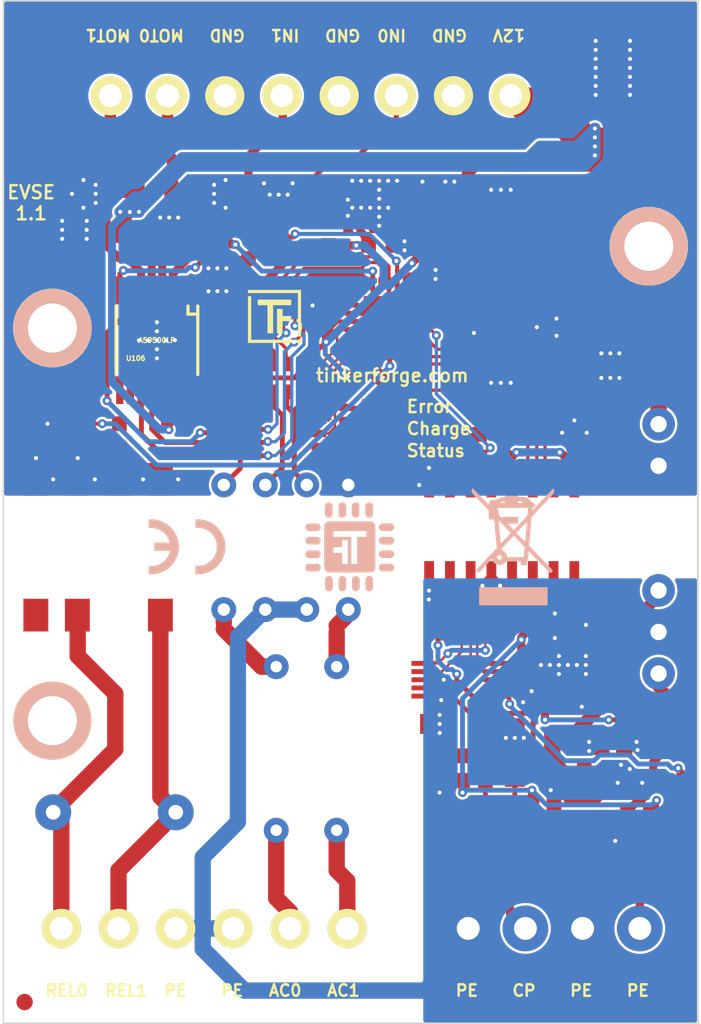
<source format=kicad_pcb>
(kicad_pcb (version 20171130) (host pcbnew 5.1.5-52549c5~84~ubuntu18.04.1)
  (title_block (date 2020-03-31))
  (layers (0 F.Cu signal) (31 B.Cu signal hide) (34 B.Paste user) (35 F.Paste user) (36 B.SilkS user) (37 F.SilkS user) (38 B.Mask user) (39 F.Mask user) (44 Edge.Cuts user))
  (net 0 "")
  (net 1 3V3)
  (net 2 GND)
  (net 3 +12V)
  (net 4 VCC)
  (net 5 VEE)
  (net 6 AGND)
  (net 7 -12V)
  (net 8 "Net-(C116-Pad1)")
  (net 9 "Net-(C116-Pad2)")
  (net 10 "Net-(C117-Pad2)")
  (net 11 "Net-(D101-Pad2)")
  (net 12 "Net-(D102-Pad2)")
  (net 13 "Net-(D103-Pad2)")
  (net 14 "Net-(J101-Pad2)")
  (net 15 "Net-(P101-Pad1)")
  (net 16 "Net-(P102-Pad6)")
  (net 17 "Net-(P102-Pad5)")
  (net 18 "Net-(P102-Pad1)")
  (net 19 "Net-(R101-Pad1)")
  (net 20 CP-PWM)
  (net 21 M-CS)
  (net 22 "Net-(R104-Pad2)")
  (net 23 "Net-(R104-Pad1)")
  (net 24 "Net-(R105-Pad1)")
  (net 25 S-CS)
  (net 26 S-CLK)
  (net 27 S-MOSI)
  (net 28 S-MISO)
  (net 29 "Net-(RP102-Pad4)")
  (net 30 "Net-(RP102-Pad8)")
  (net 31 "Net-(RP103-Pad8)")
  (net 32 "Net-(RP103-Pad7)")
  (net 33 "Net-(RP103-Pad6)")
  (net 34 "Net-(RP103-Pad5)")
  (net 35 "Net-(RP103-Pad4)")
  (net 36 "Net-(RP103-Pad3)")
  (net 37 "Net-(RP103-Pad2)")
  (net 38 "Net-(RP103-Pad1)")
  (net 39 ~MOTOR_FAULT)
  (net 40 MOTOR_PHASE)
  (net 41 MOTOR_ENABLE)
  (net 42 "Net-(U101-Pad15)")
  (net 43 M-MISO)
  (net 44 M-MOSI)
  (net 45 M-CLK)
  (net 46 "Net-(U103-Pad5)")
  (net 47 "Net-(C101-Pad1)")
  (net 48 "Net-(L102-Pad2)")
  (net 49 "Net-(P101-Pad6)")
  (net 50 "Net-(P101-Pad5)")
  (net 51 "Net-(P101-Pad4)")
  (net 52 "Net-(P101-Pad3)")
  (net 53 "Net-(P102-Pad2)")
  (net 54 "Net-(U106-Pad9)")
  (net 55 "Net-(U106-Pad10)")
  (net 56 "Net-(U106-Pad14)")
  (net 57 "Net-(R114-Pad2)")
  (net 58 RELAY)
  (net 59 "Net-(U108-Pad5)")
  (net 60 "Net-(R116-Pad2)")
  (net 61 "Net-(D105-Pad1)")
  (net 62 "Net-(D106-Pad1)")
  (net 63 AC1)
  (net 64 AC2)
  (net 65 "Net-(RP105-Pad5)")
  (net 66 "Net-(RP105-Pad7)")
  (net 67 "Net-(R118-Pad2)")
  (net 68 "Net-(U107-Pad3)")
  (net 69 "Net-(U107-Pad4)")
  (net 70 "Net-(D107-Pad1)")
  (net 71 "Net-(C106-Pad1)")
  (net 72 "Net-(U110-Pad3)")
  (net 73 "Net-(U110-Pad4)")
  (net 74 MOTOR-A)
  (net 75 MOTOR-B)
  (net 76 "Net-(RP102-Pad1)")
  (net 77 "Net-(RP102-Pad2)")
  (net 78 "Net-(RP102-Pad3)")
  (net 79 "Net-(RP104-Pad7)")
  (net 80 "Net-(RP104-Pad6)")
  (net 81 "Net-(RP104-Pad5)")
  (net 82 INPUT-MOTOR-SWITCH)
  (net 83 INPUT-GP)
  (net 84 "Net-(P104-Pad3)")
  (net 85 "Net-(P104-Pad5)")
  (net 86 "Net-(P105-Pad4)")
  (net 87 "Net-(P105-Pad2)")
  (module kicad-libraries:Logo_31x31 (layer F.Cu) (at 155.6 76.45)
    (fp_text reference G*** hide)
    (fp_text value LOGO hide)
  )
  (module kicad-libraries:Logo_CoMCU (layer B.Cu) (at 160.2 90.525 180)
    (fp_text reference G*** hide)
    (fp_text value LOGO hide)
  )
  (module kicad-libraries:WEEE_7mm (layer B.Cu) (at 170.2 90.525 180)
    (fp_text reference VAL hide)
    (fp_text value WEEE_7mm hide)
  )
  (module kicad-libraries:CE_5mm (layer B.Cu) (at 150.2 90.525 180)
    (fp_text reference VAL hide)
    (fp_text value CE_5mm hide)
  )
  (module kicad-libraries:Fiducial_Mark (layer F.Cu) (at 140.3 118.35)
    (fp_text reference Fiducial_Mark hide)
    (fp_text value VAL** hide)
    (pad 1 smd circle (at 0 0) (size 1.00076 1.00076) (layers F.Cu F.Paste F.Mask) (clearance 0.65024))
  )
  (module kicad-libraries:Fiducial_Mark (layer F.Cu) (at 180.2 118.35)
    (fp_text reference Fiducial_Mark hide)
    (fp_text value VAL** hide)
    (pad 1 smd circle (at 0 0) (size 1.00076 1.00076) (layers F.Cu F.Paste F.Mask) (clearance 0.65024))
  )
  (module kicad-libraries:Fiducial_Mark (layer F.Cu) (at 179.5 59.15)
    (fp_text reference Fiducial_Mark hide)
    (fp_text value VAL** hide)
    (pad 1 smd circle (at 0 0) (size 1.00076 1.00076) (layers F.Cu F.Paste F.Mask) (clearance 0.65024))
  )
  (module kicad-libraries:Fiducial_Mark (layer F.Cu) (at 140.3 58.45)
    (fp_text reference Fiducial_Mark hide)
    (fp_text value VAL** hide)
    (pad 1 smd circle (at 0 0) (size 1.00076 1.00076) (layers F.Cu F.Paste F.Mask) (clearance 0.65024))
  )
  (module kicad-libraries:VAR_10mm (layer F.Cu) (at 145.8 106.75)
    (fp_text reference R113)
    (fp_text value MOV-10D391KTR)
    (pad 2 thru_hole circle (at 3.75 0) (size 2.2 2.2) (drill 0.9) (layers *.Cu *.Mask) (net 53 "Net-(P102-Pad2)"))
    (pad 1 thru_hole circle (at -3.75 0) (size 2.2 2.2) (drill 0.9) (layers *.Cu *.Mask) (net 18 "Net-(P102-Pad1)"))
  )
  (module kicad-libraries:OQ_8P_Vertical (layer F.Cu) (at 157.8 62.95 180)
    (fp_text reference P104)
    (fp_text value 12V/Motor/GP)
    (pad 2 thru_hole circle (at -8.7503 0 180) (size 2.4003 2.4003) (drill 1.39954) (layers *.Cu *.Mask F.SilkS) (net 2 GND))
    (pad 3 thru_hole circle (at -5.25018 0 180) (size 2.4003 2.4003) (drill 1.39954) (layers *.Cu *.Mask F.SilkS) (net 84 "Net-(P104-Pad3)"))
    (pad 4 thru_hole circle (at -1.75006 0 180) (size 2.4003 2.4003) (drill 1.39954) (layers *.Cu *.Mask F.SilkS) (net 2 GND))
    (pad 1 thru_hole circle (at -12.25042 0 180) (size 2.4003 2.4003) (drill 1.39954) (layers *.Cu *.Mask F.SilkS) (net 4 VCC))
    (pad 5 thru_hole circle (at 1.75006 0 180) (size 2.4003 2.4003) (drill 1.39954) (layers *.Cu *.Mask F.SilkS) (net 85 "Net-(P104-Pad5)"))
    (pad 6 thru_hole circle (at 5.25018 0 180) (size 2.4003 2.4003) (drill 1.39954) (layers *.Cu *.Mask F.SilkS) (net 2 GND))
    (pad 7 thru_hole circle (at 8.7503 0 180) (size 2.4003 2.4003) (drill 1.39954) (layers *.Cu *.Mask F.SilkS) (net 74 MOTOR-A))
    (pad 8 thru_hole circle (at 12.25042 0 180) (size 2.4003 2.4003) (drill 1.39954) (layers *.Cu *.Mask F.SilkS) (net 75 MOTOR-B))
  )
  (module kicad-libraries:SOD-123FL (layer F.Cu) (at 170.3 103.1 270)
    (fp_text reference D105)
    (fp_text value SMF4L13CA)
    (pad 1 smd rect (at 1.6383 0 270) (size 0.9144 1.2192) (layers F.Cu F.Paste F.Mask) (net 61 "Net-(D105-Pad1)"))
    (pad 2 smd rect (at -1.6383 0 270) (size 0.9144 1.2192) (layers F.Cu F.Paste F.Mask) (net 6 AGND))
  )
  (module kicad-libraries:SOD-123FL (layer F.Cu) (at 166.6 101.35)
    (fp_text reference D106)
    (fp_text value SMF4L5.0A)
    (pad 1 smd rect (at 1.6383 0) (size 0.9144 1.2192) (layers F.Cu F.Paste F.Mask) (net 62 "Net-(D106-Pad1)"))
    (pad 2 smd rect (at -1.6383 0) (size 0.9144 1.2192) (layers F.Cu F.Paste F.Mask) (net 6 AGND))
  )
  (module kicad-libraries:SOD-123FL (layer F.Cu) (at 179 104.95)
    (fp_text reference D107)
    (fp_text value SMF4L5.0A)
    (pad 1 smd rect (at 1.6383 0) (size 0.9144 1.2192) (layers F.Cu F.Paste F.Mask) (net 70 "Net-(D107-Pad1)"))
    (pad 2 smd rect (at -1.6383 0) (size 0.9144 1.2192) (layers F.Cu F.Paste F.Mask) (net 6 AGND))
  )
  (module kicad-libraries:C0603F (layer F.Cu) (at 158.75 76.5 90)
    (fp_text reference C102)
    (fp_text value 100nF)
    (pad 1 smd rect (at -0.75 0 90) (size 0.9 0.9) (layers F.Cu F.Paste F.Mask) (net 1 3V3))
    (pad 2 smd rect (at 0.75 0 90) (size 0.9 0.9) (layers F.Cu F.Paste F.Mask) (net 2 GND))
  )
  (module kicad-libraries:C0603F (layer F.Cu) (at 172.9 100.3)
    (fp_text reference C122)
    (fp_text value 1uF)
    (pad 2 smd rect (at 0.75 0) (size 0.9 0.9) (layers F.Cu F.Paste F.Mask) (net 6 AGND))
    (pad 1 smd rect (at -0.75 0) (size 0.9 0.9) (layers F.Cu F.Paste F.Mask) (net 3 +12V))
  )
  (module kicad-libraries:C0402F (layer F.Cu) (at 166.7 73.85 180)
    (fp_text reference C101)
    (fp_text value 220pF)
    (pad 2 smd rect (at 0.5 0 180) (size 0.6 0.7) (layers F.Cu F.Paste F.Mask) (net 2 GND))
    (pad 1 smd rect (at -0.5 0 180) (size 0.6 0.7) (layers F.Cu F.Paste F.Mask) (net 47 "Net-(C101-Pad1)"))
  )
  (module kicad-libraries:ELKO_63 (layer F.Cu) (at 176.3 63.95 270)
    (fp_text reference C105)
    (fp_text value 68uF/25V)
    (pad 1 smd rect (at 2.7 0 270) (size 3.5 1.6) (layers F.Cu F.Paste F.Mask) (net 4 VCC))
    (pad 2 smd rect (at -2.7 0 270) (size 3.5 1.6) (layers F.Cu F.Paste F.Mask) (net 2 GND))
  )
  (module kicad-libraries:C0603F (layer F.Cu) (at 173.95 84.3 90)
    (fp_text reference C107)
    (fp_text value 100nF)
    (pad 2 smd rect (at 0.75 0 90) (size 0.9 0.9) (layers F.Cu F.Paste F.Mask) (net 2 GND))
    (pad 1 smd rect (at -0.75 0 90) (size 0.9 0.9) (layers F.Cu F.Paste F.Mask) (net 1 3V3))
  )
  (module kicad-libraries:C0603F (layer F.Cu) (at 173.9 94.55 90)
    (fp_text reference C111)
    (fp_text value 100nF)
    (pad 1 smd rect (at -0.75 0 90) (size 0.9 0.9) (layers F.Cu F.Paste F.Mask) (net 6 AGND))
    (pad 2 smd rect (at 0.75 0 90) (size 0.9 0.9) (layers F.Cu F.Paste F.Mask) (net 5 VEE))
  )
  (module kicad-libraries:C0603F (layer F.Cu) (at 175.3 104.1 180)
    (fp_text reference C112)
    (fp_text value 100nF/30V)
    (pad 2 smd rect (at 0.75 0 180) (size 0.9 0.9) (layers F.Cu F.Paste F.Mask) (net 7 -12V))
    (pad 1 smd rect (at -0.75 0 180) (size 0.9 0.9) (layers F.Cu F.Paste F.Mask) (net 6 AGND))
  )
  (module kicad-libraries:C0603F (layer F.Cu) (at 177.2 107.55 90)
    (fp_text reference C113)
    (fp_text value 100nF/30V)
    (pad 1 smd rect (at -0.75 0 90) (size 0.9 0.9) (layers F.Cu F.Paste F.Mask) (net 6 AGND))
    (pad 2 smd rect (at 0.75 0 90) (size 0.9 0.9) (layers F.Cu F.Paste F.Mask) (net 3 +12V))
  )
  (module kicad-libraries:C0603F (layer F.Cu) (at 170.7 98.6 270)
    (fp_text reference C115)
    (fp_text value 100nF)
    (pad 1 smd rect (at -0.75 0 270) (size 0.9 0.9) (layers F.Cu F.Paste F.Mask) (net 5 VEE))
    (pad 2 smd rect (at 0.75 0 270) (size 0.9 0.9) (layers F.Cu F.Paste F.Mask) (net 6 AGND))
  )
  (module kicad-libraries:C0603F (layer F.Cu) (at 151.8 77.9 90)
    (fp_text reference C116)
    (fp_text value 100nF/30V)
    (pad 1 smd rect (at -0.75 0 90) (size 0.9 0.9) (layers F.Cu F.Paste F.Mask) (net 8 "Net-(C116-Pad1)"))
    (pad 2 smd rect (at 0.75 0 90) (size 0.9 0.9) (layers F.Cu F.Paste F.Mask) (net 9 "Net-(C116-Pad2)"))
  )
  (module kicad-libraries:C0603F (layer F.Cu) (at 149.85 82.65)
    (fp_text reference C117)
    (fp_text value 100nF/30V)
    (pad 2 smd rect (at 0.75 0) (size 0.9 0.9) (layers F.Cu F.Paste F.Mask) (net 10 "Net-(C117-Pad2)"))
    (pad 1 smd rect (at -0.75 0) (size 0.9 0.9) (layers F.Cu F.Paste F.Mask) (net 4 VCC))
  )
  (module kicad-libraries:C0603F (layer F.Cu) (at 148.4 71.15 180)
    (fp_text reference C118)
    (fp_text value 100nF/30V)
    (pad 1 smd rect (at -0.75 0 180) (size 0.9 0.9) (layers F.Cu F.Paste F.Mask) (net 2 GND))
    (pad 2 smd rect (at 0.75 0 180) (size 0.9 0.9) (layers F.Cu F.Paste F.Mask) (net 4 VCC))
  )
  (module kicad-libraries:C0603F (layer F.Cu) (at 148.4 72.45 180)
    (fp_text reference C119)
    (fp_text value 100nF/30V)
    (pad 2 smd rect (at 0.75 0 180) (size 0.9 0.9) (layers F.Cu F.Paste F.Mask) (net 4 VCC))
    (pad 1 smd rect (at -0.75 0 180) (size 0.9 0.9) (layers F.Cu F.Paste F.Mask) (net 2 GND))
  )
  (module kicad-libraries:D0603F (layer F.Cu) (at 162.15 84.65 180)
    (fp_text reference D101)
    (fp_text value blue)
    (pad 1 smd rect (at -0.75 0 180) (size 0.9 0.9) (layers F.Cu F.Paste F.Mask) (net 1 3V3))
    (pad 2 smd rect (at 0.75 0 180) (size 0.9 0.9) (layers F.Cu F.Paste F.Mask) (net 11 "Net-(D101-Pad2)"))
  )
  (module kicad-libraries:D0603F (layer F.Cu) (at 162.15 83.3 180)
    (fp_text reference D102)
    (fp_text value green)
    (pad 2 smd rect (at 0.75 0 180) (size 0.9 0.9) (layers F.Cu F.Paste F.Mask) (net 12 "Net-(D102-Pad2)"))
    (pad 1 smd rect (at -0.75 0 180) (size 0.9 0.9) (layers F.Cu F.Paste F.Mask) (net 1 3V3))
  )
  (module kicad-libraries:D0603F (layer F.Cu) (at 162.15 81.95 180)
    (fp_text reference D103)
    (fp_text value red)
    (pad 1 smd rect (at -0.75 0 180) (size 0.9 0.9) (layers F.Cu F.Paste F.Mask) (net 1 3V3))
    (pad 2 smd rect (at 0.75 0 180) (size 0.9 0.9) (layers F.Cu F.Paste F.Mask) (net 13 "Net-(D103-Pad2)"))
  )
  (module kicad-libraries:SolderJumper (layer F.Cu) (at 166.7 77.45 180)
    (fp_text reference J101)
    (fp_text value Boot)
    (pad 1 smd rect (at -0.225 -0.55 180) (size 0.95 0.3) (layers F.Cu F.Mask) (net 2 GND))
    (pad 1 smd rect (at -0.225 0.55 180) (size 0.95 0.3) (layers F.Cu F.Mask) (net 2 GND))
    (pad 1 smd rect (at -0.5 0 180) (size 0.4 1.4) (layers F.Cu F.Mask) (net 2 GND))
    (pad 2 smd rect (at 0.15 0 180) (size 0.6 0.5) (layers F.Cu F.Mask) (net 14 "Net-(J101-Pad2)"))
    (pad 2 smd rect (at 0.55 0 180) (size 0.3 1.4) (layers F.Cu F.Mask) (net 14 "Net-(J101-Pad2)"))
  )
  (module kicad-libraries:CON-SENSOR2_180 (layer F.Cu) (at 168.05 74.6 270)
    (fp_text reference P101)
    (fp_text value CON-SENSOR2)
    (pad 7 smd rect (at -3.75 -4.8 270) (size 0.6 1.8) (layers F.Cu F.Paste F.Mask) (net 47 "Net-(C101-Pad1)"))
    (pad 6 smd rect (at -2.5 -4.8 270) (size 0.6 1.8) (layers F.Cu F.Paste F.Mask) (net 49 "Net-(P101-Pad6)"))
    (pad EP smd rect (at -5.9 -1.4 270) (size 1.4 2.8) (layers F.Cu F.Paste F.Mask) (net 2 GND))
    (pad EP smd rect (at 5.9 -1.4 270) (size 1.4 2.8) (layers F.Cu F.Paste F.Mask) (net 2 GND))
    (pad 5 smd rect (at -1.25 -4.8 270) (size 0.6 1.8) (layers F.Cu F.Paste F.Mask) (net 50 "Net-(P101-Pad5)"))
    (pad 4 smd rect (at 0 -4.8 270) (size 0.6 1.8) (layers F.Cu F.Paste F.Mask) (net 51 "Net-(P101-Pad4)"))
    (pad 3 smd rect (at 1.25 -4.8 270) (size 0.6 1.8) (layers F.Cu F.Paste F.Mask) (net 52 "Net-(P101-Pad3)"))
    (pad 2 smd rect (at 2.5 -4.8 270) (size 0.6 1.8) (layers F.Cu F.Paste F.Mask) (net 2 GND))
    (pad 1 smd rect (at 3.75 -4.8 270) (size 0.6 1.8) (layers F.Cu F.Paste F.Mask) (net 15 "Net-(P101-Pad1)"))
  )
  (module kicad-libraries:R0603F (layer F.Cu) (at 168.9 82.25 180)
    (fp_text reference R101)
    (fp_text value 100)
    (pad 1 smd rect (at -0.75 0 180) (size 0.9 0.9) (layers F.Cu F.Paste F.Mask) (net 19 "Net-(R101-Pad1)"))
    (pad 2 smd rect (at 0.75 0 180) (size 0.9 0.9) (layers F.Cu F.Paste F.Mask) (net 20 CP-PWM))
  )
  (module kicad-libraries:R0603F (layer F.Cu) (at 168.9 85.05)
    (fp_text reference R102)
    (fp_text value 10k)
    (pad 2 smd rect (at 0.75 0) (size 0.9 0.9) (layers F.Cu F.Paste F.Mask) (net 1 3V3))
    (pad 1 smd rect (at -0.75 0) (size 0.9 0.9) (layers F.Cu F.Paste F.Mask) (net 21 M-CS))
  )
  (module kicad-libraries:R0603F (layer F.Cu) (at 168.9 83.65)
    (fp_text reference R103)
    (fp_text value 10k)
    (pad 1 smd rect (at -0.75 0) (size 0.9 0.9) (layers F.Cu F.Paste F.Mask) (net 19 "Net-(R101-Pad1)"))
    (pad 2 smd rect (at 0.75 0) (size 0.9 0.9) (layers F.Cu F.Paste F.Mask) (net 1 3V3))
  )
  (module kicad-libraries:R0603F (layer F.Cu) (at 165.9 95.05 90)
    (fp_text reference R104)
    (fp_text value 100)
    (pad 2 smd rect (at 0.75 0 90) (size 0.9 0.9) (layers F.Cu F.Paste F.Mask) (net 22 "Net-(R104-Pad2)"))
    (pad 1 smd rect (at -0.75 0 90) (size 0.9 0.9) (layers F.Cu F.Paste F.Mask) (net 23 "Net-(R104-Pad1)"))
  )
  (module kicad-libraries:R0603F (layer F.Cu) (at 171.35 106.9 90)
    (fp_text reference R105)
    (fp_text value 100k)
    (pad 1 smd rect (at -0.75 0 90) (size 0.9 0.9) (layers F.Cu F.Paste F.Mask) (net 24 "Net-(R105-Pad1)"))
    (pad 2 smd rect (at 0.75 0 90) (size 0.9 0.9) (layers F.Cu F.Paste F.Mask) (net 5 VEE))
  )
  (module kicad-libraries:R0603F (layer F.Cu) (at 172.7 106.9 270)
    (fp_text reference R106)
    (fp_text value 100k)
    (pad 2 smd rect (at 0.75 0 270) (size 0.9 0.9) (layers F.Cu F.Paste F.Mask) (net 24 "Net-(R105-Pad1)"))
    (pad 1 smd rect (at -0.75 0 270) (size 0.9 0.9) (layers F.Cu F.Paste F.Mask) (net 6 AGND))
  )
  (module kicad-libraries:R0603F (layer F.Cu) (at 170 106.9 270)
    (fp_text reference R107)
    (fp_text value 910)
    (pad 1 smd rect (at -0.75 0 270) (size 0.9 0.9) (layers F.Cu F.Paste F.Mask) (net 61 "Net-(D105-Pad1)"))
    (pad 2 smd rect (at 0.75 0 270) (size 0.9 0.9) (layers F.Cu F.Paste F.Mask) (net 87 "Net-(P105-Pad2)"))
  )
  (module kicad-libraries:R0603F (layer F.Cu) (at 168.5 104.05 270)
    (fp_text reference R108)
    (fp_text value 300k)
    (pad 1 smd rect (at -0.75 0 270) (size 0.9 0.9) (layers F.Cu F.Paste F.Mask) (net 62 "Net-(D106-Pad1)"))
    (pad 2 smd rect (at 0.75 0 270) (size 0.9 0.9) (layers F.Cu F.Paste F.Mask) (net 87 "Net-(P105-Pad2)"))
  )
  (module kicad-libraries:R0603F (layer F.Cu) (at 165.7 104.05 270)
    (fp_text reference R109)
    (fp_text value 100k)
    (pad 2 smd rect (at 0.75 0 270) (size 0.9 0.9) (layers F.Cu F.Paste F.Mask) (net 6 AGND))
    (pad 1 smd rect (at -0.75 0 270) (size 0.9 0.9) (layers F.Cu F.Paste F.Mask) (net 62 "Net-(D106-Pad1)"))
  )
  (module kicad-libraries:R0603F (layer F.Cu) (at 167.1 104.05 90)
    (fp_text reference R110)
    (fp_text value 82k)
    (pad 1 smd rect (at -0.75 0 90) (size 0.9 0.9) (layers F.Cu F.Paste F.Mask) (net 5 VEE))
    (pad 2 smd rect (at 0.75 0 90) (size 0.9 0.9) (layers F.Cu F.Paste F.Mask) (net 62 "Net-(D106-Pad1)"))
  )
  (module kicad-libraries:R0603F (layer F.Cu) (at 178.6 107.55 90)
    (fp_text reference R111)
    (fp_text value 1k)
    (pad 2 smd rect (at 0.75 0 90) (size 0.9 0.9) (layers F.Cu F.Paste F.Mask) (net 5 VEE))
    (pad 1 smd rect (at -0.75 0 90) (size 0.9 0.9) (layers F.Cu F.Paste F.Mask) (net 86 "Net-(P105-Pad4)"))
  )
  (module kicad-libraries:R0603F (layer F.Cu) (at 180 107.55 90)
    (fp_text reference R112)
    (fp_text value 10k)
    (pad 2 smd rect (at 0.75 0 90) (size 0.9 0.9) (layers F.Cu F.Paste F.Mask) (net 70 "Net-(D107-Pad1)"))
    (pad 1 smd rect (at -0.75 0 90) (size 0.9 0.9) (layers F.Cu F.Paste F.Mask) (net 86 "Net-(P105-Pad4)"))
  )
  (module kicad-libraries:4X0402 (layer F.Cu) (at 166.7 75.45 90)
    (fp_text reference RP101)
    (fp_text value 82)
    (pad 1 smd rect (at -0.7493 0.575 270) (size 0.29972 0.65) (layers F.Cu F.Paste F.Mask) (net 51 "Net-(P101-Pad4)"))
    (pad 2 smd rect (at -0.24892 0.575 270) (size 0.29972 0.65) (layers F.Cu F.Paste F.Mask) (net 50 "Net-(P101-Pad5)"))
    (pad 3 smd rect (at 0.24892 0.575 270) (size 0.29972 0.65) (layers F.Cu F.Paste F.Mask) (net 49 "Net-(P101-Pad6)"))
    (pad 4 smd rect (at 0.7493 0.575 270) (size 0.29972 0.65) (layers F.Cu F.Paste F.Mask) (net 47 "Net-(C101-Pad1)"))
    (pad 5 smd rect (at 0.7493 -0.575 90) (size 0.29972 0.65) (layers F.Cu F.Paste F.Mask) (net 28 S-MISO))
    (pad 6 smd rect (at 0.24892 -0.575 90) (size 0.29972 0.65) (layers F.Cu F.Paste F.Mask) (net 27 S-MOSI))
    (pad 7 smd rect (at -0.24892 -0.575 90) (size 0.29972 0.65) (layers F.Cu F.Paste F.Mask) (net 26 S-CLK))
    (pad 8 smd rect (at -0.7493 -0.575 90) (size 0.29972 0.65) (layers F.Cu F.Paste F.Mask) (net 25 S-CS))
  )
  (module kicad-libraries:4X0603 (layer F.Cu) (at 159.15 83.2 90)
    (fp_text reference RP102)
    (fp_text value 1k)
    (pad 1 smd rect (at -1.19888 -0.8509 90) (size 0.44958 0.89916) (layers F.Cu F.Paste F.Mask) (net 76 "Net-(RP102-Pad1)"))
    (pad 2 smd rect (at -0.39878 -0.8509 90) (size 0.44958 0.89916) (layers F.Cu F.Paste F.Mask) (net 77 "Net-(RP102-Pad2)"))
    (pad 3 smd rect (at 0.39878 -0.8509 90) (size 0.44958 0.89916) (layers F.Cu F.Paste F.Mask) (net 78 "Net-(RP102-Pad3)"))
    (pad 4 smd rect (at 1.19888 -0.8509 90) (size 0.44958 0.89916) (layers F.Cu F.Paste F.Mask) (net 29 "Net-(RP102-Pad4)"))
    (pad 5 smd rect (at 1.19888 0.8509 90) (size 0.44958 0.89916) (layers F.Cu F.Paste F.Mask) (net 13 "Net-(D103-Pad2)"))
    (pad 6 smd rect (at 0.39878 0.8509 90) (size 0.44958 0.89916) (layers F.Cu F.Paste F.Mask) (net 12 "Net-(D102-Pad2)"))
    (pad 7 smd rect (at -0.39878 0.8509 90) (size 0.44958 0.89916) (layers F.Cu F.Paste F.Mask) (net 11 "Net-(D101-Pad2)"))
    (pad 8 smd rect (at -1.19888 0.8509 90) (size 0.44958 0.89916) (layers F.Cu F.Paste F.Mask) (net 30 "Net-(RP102-Pad8)"))
  )
  (module kicad-libraries:4X0402 (layer F.Cu) (at 167.8 95.25 180)
    (fp_text reference RP103)
    (fp_text value 82)
    (pad 8 smd rect (at -0.7493 -0.575 180) (size 0.29972 0.65) (layers F.Cu F.Paste F.Mask) (net 31 "Net-(RP103-Pad8)"))
    (pad 7 smd rect (at -0.24892 -0.575 180) (size 0.29972 0.65) (layers F.Cu F.Paste F.Mask) (net 32 "Net-(RP103-Pad7)"))
    (pad 6 smd rect (at 0.24892 -0.575 180) (size 0.29972 0.65) (layers F.Cu F.Paste F.Mask) (net 33 "Net-(RP103-Pad6)"))
    (pad 5 smd rect (at 0.7493 -0.575 180) (size 0.29972 0.65) (layers F.Cu F.Paste F.Mask) (net 34 "Net-(RP103-Pad5)"))
    (pad 4 smd rect (at 0.7493 0.575) (size 0.29972 0.65) (layers F.Cu F.Paste F.Mask) (net 35 "Net-(RP103-Pad4)"))
    (pad 3 smd rect (at 0.24892 0.575) (size 0.29972 0.65) (layers F.Cu F.Paste F.Mask) (net 36 "Net-(RP103-Pad3)"))
    (pad 2 smd rect (at -0.24892 0.575) (size 0.29972 0.65) (layers F.Cu F.Paste F.Mask) (net 37 "Net-(RP103-Pad2)"))
    (pad 1 smd rect (at -0.7493 0.575) (size 0.29972 0.65) (layers F.Cu F.Paste F.Mask) (net 38 "Net-(RP103-Pad1)"))
  )
  (module kicad-libraries:4X0603 (layer F.Cu) (at 153.5 83.75 270)
    (fp_text reference RP104)
    (fp_text value 1k)
    (pad 8 smd rect (at -1.19888 0.8509 270) (size 0.44958 0.89916) (layers F.Cu F.Paste F.Mask) (net 79 "Net-(RP104-Pad7)"))
    (pad 7 smd rect (at -0.39878 0.8509 270) (size 0.44958 0.89916) (layers F.Cu F.Paste F.Mask) (net 79 "Net-(RP104-Pad7)"))
    (pad 6 smd rect (at 0.39878 0.8509 270) (size 0.44958 0.89916) (layers F.Cu F.Paste F.Mask) (net 80 "Net-(RP104-Pad6)"))
    (pad 5 smd rect (at 1.19888 0.8509 270) (size 0.44958 0.89916) (layers F.Cu F.Paste F.Mask) (net 81 "Net-(RP104-Pad5)"))
    (pad 4 smd rect (at 1.19888 -0.8509 270) (size 0.44958 0.89916) (layers F.Cu F.Paste F.Mask) (net 40 MOTOR_PHASE))
    (pad 3 smd rect (at 0.39878 -0.8509 270) (size 0.44958 0.89916) (layers F.Cu F.Paste F.Mask) (net 41 MOTOR_ENABLE))
    (pad 2 smd rect (at -0.39878 -0.8509 270) (size 0.44958 0.89916) (layers F.Cu F.Paste F.Mask) (net 39 ~MOTOR_FAULT))
    (pad 1 smd rect (at -1.19888 -0.8509 270) (size 0.44958 0.89916) (layers F.Cu F.Paste F.Mask) (net 1 3V3))
  )
  (module kicad-libraries:QFN24-4x4mm-0.5mm (layer F.Cu) (at 162.35 76.5 270)
    (fp_text reference U101)
    (fp_text value XMC1100)
    (pad 1 smd oval (at -2.025 -1.25 270) (size 1 0.3) (layers F.Cu F.Paste F.Mask) (net 28 S-MISO))
    (pad 2 smd oval (at -2.025 -0.75 270) (size 1 0.3) (layers F.Cu F.Paste F.Mask) (net 83 INPUT-GP))
    (pad 3 smd oval (at -2.025 -0.25 270) (size 1 0.3) (layers F.Cu F.Paste F.Mask) (net 63 AC1))
    (pad 4 smd oval (at -2.025 0.25 270) (size 1 0.3) (layers F.Cu F.Paste F.Mask) (net 64 AC2))
    (pad 5 smd oval (at -2.025 0.75 270) (size 1 0.3) (layers F.Cu F.Paste F.Mask) (net 82 INPUT-MOTOR-SWITCH))
    (pad 6 smd oval (at -2.025 1.25 270) (size 1 0.3) (layers F.Cu F.Paste F.Mask) (net 39 ~MOTOR_FAULT))
    (pad 7 smd oval (at -1.25 2.025) (size 1 0.3) (layers F.Cu F.Paste F.Mask) (net 40 MOTOR_PHASE))
    (pad 8 smd oval (at -0.75 2.025) (size 1 0.3) (layers F.Cu F.Paste F.Mask) (net 41 MOTOR_ENABLE))
    (pad 9 smd oval (at -0.25 2.025) (size 1 0.3) (layers F.Cu F.Paste F.Mask) (net 2 GND))
    (pad 10 smd oval (at 0.25 2.025) (size 1 0.3) (layers F.Cu F.Paste F.Mask) (net 1 3V3))
    (pad 11 smd oval (at 0.75 2.025) (size 1 0.3) (layers F.Cu F.Paste F.Mask) (net 29 "Net-(RP102-Pad4)"))
    (pad 12 smd oval (at 1.25 2.025) (size 1 0.3) (layers F.Cu F.Paste F.Mask) (net 78 "Net-(RP102-Pad3)"))
    (pad 13 smd oval (at 2.025 1.25 270) (size 1 0.3) (layers F.Cu F.Paste F.Mask) (net 77 "Net-(RP102-Pad2)"))
    (pad 14 smd oval (at 2.025 0.75 270) (size 1 0.3) (layers F.Cu F.Paste F.Mask) (net 20 CP-PWM))
    (pad 15 smd oval (at 2.025 0.25 270) (size 1 0.3) (layers F.Cu F.Paste F.Mask) (net 42 "Net-(U101-Pad15)"))
    (pad 16 smd oval (at 2.025 -0.25 270) (size 1 0.3) (layers F.Cu F.Paste F.Mask) (net 58 RELAY))
    (pad 17 smd oval (at 2.025 -0.75 270) (size 1 0.3) (layers F.Cu F.Paste F.Mask) (net 43 M-MISO))
    (pad 18 smd oval (at 2.025 -1.25 270) (size 1 0.3) (layers F.Cu F.Paste F.Mask) (net 44 M-MOSI))
    (pad 19 smd oval (at 1.25 -2.025) (size 1 0.3) (layers F.Cu F.Paste F.Mask) (net 45 M-CLK))
    (pad 20 smd oval (at 0.75 -2.025) (size 1 0.3) (layers F.Cu F.Paste F.Mask) (net 21 M-CS))
    (pad 21 smd oval (at 0.25 -2.025) (size 1 0.3) (layers F.Cu F.Paste F.Mask) (net 14 "Net-(J101-Pad2)"))
    (pad 22 smd oval (at -0.25 -2.025) (size 1 0.3) (layers F.Cu F.Paste F.Mask) (net 25 S-CS))
    (pad 23 smd oval (at -0.75 -2.025) (size 1 0.3) (layers F.Cu F.Paste F.Mask) (net 26 S-CLK))
    (pad 24 smd oval (at -1.25 -2.025) (size 1 0.3) (layers F.Cu F.Paste F.Mask) (net 27 S-MOSI))
    (pad EXP smd rect (at 0.65 0.65 270) (size 1.3 1.3) (layers F.Cu F.Paste F.Mask) (net 2 GND))
    (pad EXP smd rect (at 0.65 -0.65 270) (size 1.3 1.3) (layers F.Cu F.Paste F.Mask) (net 2 GND))
    (pad EXP smd rect (at -0.65 0.65 270) (size 1.3 1.3) (layers F.Cu F.Paste F.Mask) (net 2 GND))
    (pad EXP smd rect (at -0.65 -0.65 270) (size 1.3 1.3) (layers F.Cu F.Paste F.Mask) (net 2 GND))
  )
  (module kicad-libraries:SOIC16 (layer F.Cu) (at 169.5 89.45 180)
    (fp_text reference U103)
    (fp_text value MAX14850)
    (pad 1 smd rect (at -4.44246 2.69748) (size 0.59944 1.4986) (layers F.Cu F.Paste F.Mask) (net 1 3V3))
    (pad 2 smd rect (at -3.17246 2.69748) (size 0.59944 1.4986) (layers F.Cu F.Paste F.Mask) (net 45 M-CLK))
    (pad 3 smd rect (at -1.90246 2.69748) (size 0.59944 1.4986) (layers F.Cu F.Paste F.Mask) (net 44 M-MOSI))
    (pad 4 smd rect (at -0.63246 2.69748) (size 0.59944 1.4986) (layers F.Cu F.Paste F.Mask) (net 43 M-MISO))
    (pad 5 smd rect (at 0.63246 2.69748) (size 0.59944 1.4986) (layers F.Cu F.Paste F.Mask) (net 46 "Net-(U103-Pad5)"))
    (pad 6 smd rect (at 1.90246 2.69748) (size 0.59944 1.4986) (layers F.Cu F.Paste F.Mask) (net 21 M-CS))
    (pad 7 smd rect (at 3.17246 2.69748) (size 0.59944 1.4986) (layers F.Cu F.Paste F.Mask) (net 19 "Net-(R101-Pad1)"))
    (pad 8 smd rect (at 4.44246 2.69748) (size 0.59944 1.4986) (layers F.Cu F.Paste F.Mask) (net 2 GND))
    (pad 9 smd rect (at 4.44246 -2.69748 180) (size 0.59944 1.4986) (layers F.Cu F.Paste F.Mask) (net 6 AGND))
    (pad 10 smd rect (at 3.17246 -2.69748 180) (size 0.59944 1.4986) (layers F.Cu F.Paste F.Mask) (net 22 "Net-(R104-Pad2)"))
    (pad 11 smd rect (at 1.90246 -2.69748 180) (size 0.59944 1.4986) (layers F.Cu F.Paste F.Mask) (net 35 "Net-(RP103-Pad4)"))
    (pad 12 smd rect (at 0.63246 -2.69748 180) (size 0.59944 1.4986) (layers F.Cu F.Paste F.Mask) (net 6 AGND))
    (pad 13 smd rect (at -0.63246 -2.69748 180) (size 0.59944 1.4986) (layers F.Cu F.Paste F.Mask) (net 36 "Net-(RP103-Pad3)"))
    (pad 14 smd rect (at -1.90246 -2.69748 180) (size 0.59944 1.4986) (layers F.Cu F.Paste F.Mask) (net 37 "Net-(RP103-Pad2)"))
    (pad 15 smd rect (at -3.17246 -2.69748 180) (size 0.59944 1.4986) (layers F.Cu F.Paste F.Mask) (net 38 "Net-(RP103-Pad1)"))
    (pad 16 smd rect (at -4.44246 -2.69748 180) (size 0.59944 1.4986) (layers F.Cu F.Paste F.Mask) (net 5 VEE))
  )
  (module kicad-libraries:PEM1S (layer F.Cu) (at 179.1 90.65 270)
    (fp_text reference U102)
    (fp_text value PEM1-S12-D12-S)
    (pad 1 thru_hole circle (at -7.62 0 270) (size 2 2) (drill 1) (layers *.Cu *.Mask) (net 48 "Net-(L102-Pad2)"))
    (pad 2 thru_hole circle (at -5.08 0 270) (size 2 2) (drill 1) (layers *.Cu *.Mask) (net 2 GND))
    (pad 5 thru_hole circle (at 2.54 0 270) (size 2 2) (drill 1) (layers *.Cu *.Mask) (net 7 -12V))
    (pad 6 thru_hole circle (at 5.08 0 270) (size 2 2) (drill 1) (layers *.Cu *.Mask) (net 6 AGND))
    (pad 7 thru_hole circle (at 7.62 0 270) (size 2 2) (drill 1) (layers *.Cu *.Mask) (net 3 +12V))
  )
  (module kicad-libraries:VSSOP10 (layer F.Cu) (at 166.9 98.65 270)
    (fp_text reference U104)
    (fp_text value ADS1118I)
    (pad 1 smd rect (at -1 2.2 270) (size 0.3 1.45) (layers F.Cu F.Paste F.Mask) (net 31 "Net-(RP103-Pad8)"))
    (pad 2 smd rect (at -0.5 2.2 270) (size 0.3 1.45) (layers F.Cu F.Paste F.Mask) (net 34 "Net-(RP103-Pad5)"))
    (pad 3 smd rect (at 0 2.2 270) (size 0.3 1.45) (layers F.Cu F.Paste F.Mask) (net 6 AGND))
    (pad 4 smd rect (at 0.5 2.2 270) (size 0.3 1.45) (layers F.Cu F.Paste F.Mask) (net 62 "Net-(D106-Pad1)"))
    (pad 5 smd rect (at 1 2.2 270) (size 0.3 1.45) (layers F.Cu F.Paste F.Mask) (net 6 AGND))
    (pad 6 smd rect (at 1 -2.2 270) (size 0.3 1.45) (layers F.Cu F.Paste F.Mask) (net 70 "Net-(D107-Pad1)"))
    (pad 7 smd rect (at 0.5 -2.2 270) (size 0.3 1.45) (layers F.Cu F.Paste F.Mask) (net 6 AGND))
    (pad 8 smd rect (at 0 -2.2 270) (size 0.3 1.45) (layers F.Cu F.Paste F.Mask) (net 5 VEE))
    (pad 9 smd rect (at -0.5 -2.2 270) (size 0.3 1.45) (layers F.Cu F.Paste F.Mask) (net 33 "Net-(RP103-Pad6)"))
    (pad 10 smd rect (at -1 -2.2 270) (size 0.3 1.45) (layers F.Cu F.Paste F.Mask) (net 32 "Net-(RP103-Pad7)"))
  )
  (module kicad-libraries:SOT23-5 (layer F.Cu) (at 174.95 106.6 180)
    (fp_text reference U105)
    (fp_text value OPA171AIDBV)
    (pad 1 smd rect (at -0.94996 1.19888 180) (size 0.50038 0.8001) (layers F.Cu F.Paste F.Mask) (net 61 "Net-(D105-Pad1)"))
    (pad 2 smd rect (at 0 1.19888 180) (size 0.50038 0.8001) (layers F.Cu F.Paste F.Mask) (net 7 -12V))
    (pad 3 smd rect (at 0.94996 1.19888 180) (size 0.50038 0.8001) (layers F.Cu F.Paste F.Mask) (net 23 "Net-(R104-Pad1)"))
    (pad 5 smd rect (at -0.94996 -1.19888 180) (size 0.50038 0.8001) (layers F.Cu F.Paste F.Mask) (net 3 +12V))
    (pad 4 smd rect (at 0.94996 -1.19888 180) (size 0.50038 0.8001) (layers F.Cu F.Paste F.Mask) (net 24 "Net-(R105-Pad1)"))
  )
  (module kicad-libraries:TSSOP16_EP (layer F.Cu) (at 148.4 77.9 180)
    (fp_text reference U106 (at 1.30048 -1.09982) (layer F.SilkS) (effects (font (size 0.29972 0.29972) (thickness 0.0762))))
    (fp_text value A5950GLP (at 0 0) (layer F.SilkS) (effects (font (size 0.29972 0.29972) (thickness 0.0762))))
    (pad 1 smd rect (at -2.2733 3.048) (size 0.44958 1.69926) (layers F.Cu F.Paste F.Mask) (net 9 "Net-(C116-Pad2)"))
    (pad 2 smd rect (at -1.62306 3.048) (size 0.44958 1.69926) (layers F.Cu F.Paste F.Mask) (net 2 GND))
    (pad 3 smd rect (at -0.97282 3.048) (size 0.44958 1.69926) (layers F.Cu F.Paste F.Mask) (net 74 MOTOR-A))
    (pad 4 smd rect (at -0.32258 3.048) (size 0.44958 1.69926) (layers F.Cu F.Paste F.Mask) (net 2 GND))
    (pad 5 smd rect (at 0.32258 3.048) (size 0.44958 1.69926) (layers F.Cu F.Paste F.Mask) (net 4 VCC))
    (pad 6 smd rect (at 0.97282 3.048) (size 0.44958 1.69926) (layers F.Cu F.Paste F.Mask) (net 75 MOTOR-B))
    (pad 7 smd rect (at 1.62306 3.048) (size 0.44958 1.69926) (layers F.Cu F.Paste F.Mask) (net 79 "Net-(RP104-Pad7)"))
    (pad 8 smd rect (at 2.2733 3.048) (size 0.44958 1.69926) (layers F.Cu F.Paste F.Mask) (net 1 3V3))
    (pad 9 smd rect (at 2.2733 -3.048 180) (size 0.44958 1.69926) (layers F.Cu F.Paste F.Mask) (net 54 "Net-(U106-Pad9)"))
    (pad 10 smd rect (at 1.62306 -3.048 180) (size 0.44958 1.69926) (layers F.Cu F.Paste F.Mask) (net 55 "Net-(U106-Pad10)"))
    (pad 11 smd rect (at 0.97282 -3.048 180) (size 0.44958 1.69926) (layers F.Cu F.Paste F.Mask) (net 81 "Net-(RP104-Pad5)"))
    (pad 12 smd rect (at 0.32258 -3.048 180) (size 0.44958 1.69926) (layers F.Cu F.Paste F.Mask) (net 80 "Net-(RP104-Pad6)"))
    (pad 13 smd rect (at -0.32258 -3.048 180) (size 0.44958 1.69926) (layers F.Cu F.Paste F.Mask) (net 2 GND))
    (pad 14 smd rect (at -0.97282 -3.048 180) (size 0.44958 1.69926) (layers F.Cu F.Paste F.Mask) (net 56 "Net-(U106-Pad14)"))
    (pad 15 smd rect (at -1.62306 -3.048 180) (size 0.44958 1.69926) (layers F.Cu F.Paste F.Mask) (net 10 "Net-(C117-Pad2)"))
    (pad 16 smd rect (at -2.2733 -3.048 180) (size 0.44958 1.69926) (layers F.Cu F.Paste F.Mask) (net 8 "Net-(C116-Pad1)"))
    (pad EP smd rect (at 0 0 180) (size 2.99974 2.99974) (layers F.Cu F.Paste F.Mask) (net 2 GND))
  )
  (module kicad-libraries:C1206 (layer F.Cu) (at 176.15 77.95 270)
    (fp_text reference C104)
    (fp_text value 4.7uF/50V)
    (pad 1 smd rect (at -1.50114 0 270) (size 1.00076 1.6002) (layers F.Cu F.Paste F.Mask) (net 4 VCC))
    (pad 2 smd rect (at 1.50114 0 270) (size 1.00076 1.6002) (layers F.Cu F.Paste F.Mask) (net 2 GND))
  )
  (module kicad-libraries:C1206 (layer F.Cu) (at 174.1 102.45 180)
    (fp_text reference C108)
    (fp_text value 4.7uF/50V)
    (pad 1 smd rect (at -1.50114 0 180) (size 1.00076 1.6002) (layers F.Cu F.Paste F.Mask) (net 6 AGND))
    (pad 2 smd rect (at 1.50114 0 180) (size 1.00076 1.6002) (layers F.Cu F.Paste F.Mask) (net 7 -12V))
  )
  (module kicad-libraries:C1206 (layer F.Cu) (at 178.5 102.45 180)
    (fp_text reference C109)
    (fp_text value 4.7uF/50V)
    (pad 2 smd rect (at 1.50114 0 180) (size 1.00076 1.6002) (layers F.Cu F.Paste F.Mask) (net 6 AGND))
    (pad 1 smd rect (at -1.50114 0 180) (size 1.00076 1.6002) (layers F.Cu F.Paste F.Mask) (net 3 +12V))
  )
  (module kicad-libraries:NR3030 (layer F.Cu) (at 179.1 78.55 270)
    (fp_text reference L102)
    (fp_text value NR3015T6R8M)
    (pad 1 smd rect (at -1.19982 0 270) (size 1 2.70002) (layers F.Cu F.Paste F.Mask) (net 4 VCC) (clearance 0.14986))
    (pad 2 smd rect (at 1.19982 0 270) (size 1 2.70002) (layers F.Cu F.Paste F.Mask) (net 48 "Net-(L102-Pad2)") (clearance 0.14986))
  )
  (module kicad-libraries:R0603F (layer F.Cu) (at 146.1 83.75 270)
    (fp_text reference R114)
    (fp_text value 330)
    (pad 2 smd rect (at 0.75 0 270) (size 0.9 0.9) (layers F.Cu F.Paste F.Mask) (net 57 "Net-(R114-Pad2)"))
    (pad 1 smd rect (at -0.75 0 270) (size 0.9 0.9) (layers F.Cu F.Paste F.Mask) (net 58 RELAY))
  )
  (module kicad-libraries:R0603F (layer F.Cu) (at 143.25 83)
    (fp_text reference R115)
    (fp_text value 1k)
    (pad 1 smd rect (at -0.75 0) (size 0.9 0.9) (layers F.Cu F.Paste F.Mask) (net 2 GND))
    (pad 2 smd rect (at 0.75 0) (size 0.9 0.9) (layers F.Cu F.Paste F.Mask) (net 58 RELAY))
  )
  (module kicad-libraries:AQ-H (layer F.Cu) (at 144.8 90.55 180)
    (fp_text reference U108)
    (fp_text value AQH3213AX)
    (pad 1 smd rect (at -3.81 4.15 180) (size 1.524 2) (layers F.Cu F.Paste F.Mask) (net 2 GND))
    (pad 2 smd rect (at -1.27 4.15 180) (size 1.524 2) (layers F.Cu F.Paste F.Mask) (net 57 "Net-(R114-Pad2)"))
    (pad 3 smd rect (at 1.27 4.15 180) (size 1.524 2) (layers F.Cu F.Paste F.Mask) (net 2 GND))
    (pad 4 smd rect (at 3.81 4.15 180) (size 1.524 2) (layers F.Cu F.Paste F.Mask) (net 2 GND))
    (pad 5 smd rect (at 3.81 -4.15 180) (size 1.524 2) (layers F.Cu F.Paste F.Mask) (net 59 "Net-(U108-Pad5)"))
    (pad 6 smd rect (at 1.27 -4.15 180) (size 1.524 2) (layers F.Cu F.Paste F.Mask) (net 18 "Net-(P102-Pad1)"))
    (pad 8 smd rect (at -3.81 -4.15 180) (size 1.524 2) (layers F.Cu F.Paste F.Mask) (net 53 "Net-(P102-Pad2)"))
  )
  (module kicad-libraries:4X0603 (layer F.Cu) (at 155.95 80.2)
    (fp_text reference RP105)
    (fp_text value 10k)
    (pad 1 smd rect (at -1.19888 -0.8509) (size 0.44958 0.89916) (layers F.Cu F.Paste F.Mask) (net 1 3V3))
    (pad 2 smd rect (at -0.39878 -0.8509) (size 0.44958 0.89916) (layers F.Cu F.Paste F.Mask) (net 63 AC1))
    (pad 3 smd rect (at 0.39878 -0.8509) (size 0.44958 0.89916) (layers F.Cu F.Paste F.Mask) (net 64 AC2))
    (pad 4 smd rect (at 1.19888 -0.8509) (size 0.44958 0.89916) (layers F.Cu F.Paste F.Mask) (net 1 3V3))
    (pad 5 smd rect (at 1.19888 0.8509) (size 0.44958 0.89916) (layers F.Cu F.Paste F.Mask) (net 65 "Net-(RP105-Pad5)"))
    (pad 6 smd rect (at 0.39878 0.8509) (size 0.44958 0.89916) (layers F.Cu F.Paste F.Mask) (net 65 "Net-(RP105-Pad5)"))
    (pad 7 smd rect (at -0.39878 0.8509) (size 0.44958 0.89916) (layers F.Cu F.Paste F.Mask) (net 66 "Net-(RP105-Pad7)"))
    (pad 8 smd rect (at -1.19888 0.8509) (size 0.44958 0.89916) (layers F.Cu F.Paste F.Mask) (net 66 "Net-(RP105-Pad7)"))
  )
  (module kicad-libraries:DIP-8 (layer F.Cu) (at 156.3 90.55 180)
    (fp_text reference U109)
    (fp_text value HCPL2731)
    (pad 1 thru_hole circle (at 3.81 -3.81 180) (size 1.524 1.524) (drill 0.762) (layers *.Cu *.Mask) (net 67 "Net-(R118-Pad2)"))
    (pad 2 thru_hole circle (at 1.27 -3.81 180) (size 1.524 1.524) (drill 0.762) (layers *.Cu *.Mask) (net 6 AGND))
    (pad 3 thru_hole circle (at -1.27 -3.81 180) (size 1.524 1.524) (drill 0.762) (layers *.Cu *.Mask) (net 6 AGND))
    (pad 4 thru_hole circle (at -3.81 -3.81 180) (size 1.524 1.524) (drill 0.762) (layers *.Cu *.Mask) (net 60 "Net-(R116-Pad2)"))
    (pad 5 thru_hole circle (at -3.81 3.81 180) (size 1.524 1.524) (drill 0.762) (layers *.Cu *.Mask) (net 2 GND))
    (pad 6 thru_hole circle (at -1.27 3.81 180) (size 1.524 1.524) (drill 0.762) (layers *.Cu *.Mask) (net 65 "Net-(RP105-Pad5)"))
    (pad 7 thru_hole circle (at 1.27 3.81 180) (size 1.524 1.524) (drill 0.762) (layers *.Cu *.Mask) (net 66 "Net-(RP105-Pad7)"))
    (pad 8 thru_hole circle (at 3.81 3.81 180) (size 1.524 1.524) (drill 0.762) (layers *.Cu *.Mask) (net 1 3V3))
  )
  (module kicad-libraries:RNF12 (layer F.Cu) (at 159.4 102.85 90)
    (fp_text reference R116)
    (fp_text value RNF12FTD249K)
    (pad 1 thru_hole circle (at -5 0 90) (size 1.524 1.524) (drill 0.7) (layers *.Cu *.Mask) (net 16 "Net-(P102-Pad6)"))
    (pad 2 thru_hole circle (at 5 0 90) (size 1.524 1.524) (drill 0.7) (layers *.Cu *.Mask) (net 60 "Net-(R116-Pad2)"))
  )
  (module kicad-libraries:RNF12 (layer F.Cu) (at 155.7 102.85 90)
    (fp_text reference R118)
    (fp_text value RNF12FTD249K)
    (pad 2 thru_hole circle (at 5 0 90) (size 1.524 1.524) (drill 0.7) (layers *.Cu *.Mask) (net 67 "Net-(R118-Pad2)"))
    (pad 1 thru_hole circle (at -5 0 90) (size 1.524 1.524) (drill 0.7) (layers *.Cu *.Mask) (net 17 "Net-(P102-Pad5)"))
  )
  (module kicad-libraries:R0603F (layer F.Cu) (at 165.5 71.85)
    (fp_text reference L101)
    (fp_text value FB)
    (pad 1 smd rect (at -0.75 0) (size 0.9 0.9) (layers F.Cu F.Paste F.Mask) (net 71 "Net-(C106-Pad1)"))
    (pad 2 smd rect (at 0.75 0) (size 0.9 0.9) (layers F.Cu F.Paste F.Mask) (net 4 VCC))
  )
  (module kicad-libraries:SOT23-5 (layer F.Cu) (at 173 97.8)
    (fp_text reference U107)
    (fp_text value TPS70950QDBVRQ1)
    (pad 1 smd rect (at -0.94996 1.19888) (size 0.50038 0.8001) (layers F.Cu F.Paste F.Mask) (net 3 +12V))
    (pad 2 smd rect (at 0 1.19888) (size 0.50038 0.8001) (layers F.Cu F.Paste F.Mask) (net 6 AGND))
    (pad 3 smd rect (at 0.94996 1.19888) (size 0.50038 0.8001) (layers F.Cu F.Paste F.Mask) (net 68 "Net-(U107-Pad3)"))
    (pad 5 smd rect (at -0.94996 -1.19888) (size 0.50038 0.8001) (layers F.Cu F.Paste F.Mask) (net 5 VEE))
    (pad 4 smd rect (at 0.94996 -1.19888) (size 0.50038 0.8001) (layers F.Cu F.Paste F.Mask) (net 69 "Net-(U107-Pad4)"))
  )
  (module kicad-libraries:C0603F (layer F.Cu) (at 172 95.35)
    (fp_text reference C123)
    (fp_text value 2.2uF)
    (pad 1 smd rect (at -0.75 0) (size 0.9 0.9) (layers F.Cu F.Paste F.Mask) (net 5 VEE))
    (pad 2 smd rect (at 0.75 0) (size 0.9 0.9) (layers F.Cu F.Paste F.Mask) (net 6 AGND))
  )
  (module kicad-libraries:C0603F (layer F.Cu) (at 166.3 69.7 90)
    (fp_text reference C103)
    (fp_text value 1uF)
    (pad 1 smd rect (at -0.75 0 90) (size 0.9 0.9) (layers F.Cu F.Paste F.Mask) (net 4 VCC))
    (pad 2 smd rect (at 0.75 0 90) (size 0.9 0.9) (layers F.Cu F.Paste F.Mask) (net 2 GND))
  )
  (module kicad-libraries:C0603F (layer F.Cu) (at 164.65 69.7 90)
    (fp_text reference C106)
    (fp_text value 1uF)
    (pad 1 smd rect (at -0.75 0 90) (size 0.9 0.9) (layers F.Cu F.Paste F.Mask) (net 71 "Net-(C106-Pad1)"))
    (pad 2 smd rect (at 0.75 0 90) (size 0.9 0.9) (layers F.Cu F.Paste F.Mask) (net 2 GND))
  )
  (module kicad-libraries:C0603F (layer F.Cu) (at 162.1 72.1)
    (fp_text reference C110)
    (fp_text value 2.2uF)
    (pad 2 smd rect (at 0.75 0) (size 0.9 0.9) (layers F.Cu F.Paste F.Mask) (net 2 GND))
    (pad 1 smd rect (at -0.75 0) (size 0.9 0.9) (layers F.Cu F.Paste F.Mask) (net 1 3V3))
  )
  (module kicad-libraries:SOT23-5 (layer F.Cu) (at 162.05 69.8 90)
    (fp_text reference U110)
    (fp_text value TPS70933DBVR)
    (pad 1 smd rect (at -0.94996 1.19888 90) (size 0.50038 0.8001) (layers F.Cu F.Paste F.Mask) (net 71 "Net-(C106-Pad1)"))
    (pad 2 smd rect (at 0 1.19888 90) (size 0.50038 0.8001) (layers F.Cu F.Paste F.Mask) (net 2 GND))
    (pad 3 smd rect (at 0.94996 1.19888 90) (size 0.50038 0.8001) (layers F.Cu F.Paste F.Mask) (net 72 "Net-(U110-Pad3)"))
    (pad 5 smd rect (at -0.94996 -1.19888 90) (size 0.50038 0.8001) (layers F.Cu F.Paste F.Mask) (net 1 3V3))
    (pad 4 smd rect (at 0.94996 -1.19888 90) (size 0.50038 0.8001) (layers F.Cu F.Paste F.Mask) (net 73 "Net-(U110-Pad4)"))
  )
  (module kicad-libraries:DRILL_NP (layer F.Cu) (at 142 101.15)
    (fp_text reference A101 hide)
    (fp_text value DRILL hide)
    (pad "" np_thru_hole circle (at 0 0) (size 2.99974 2.99974) (drill 2.99974) (layers *.Cu *.Mask F.SilkS) (clearance 0.89916))
  )
  (module kicad-libraries:DRILL_NP (layer F.Cu) (at 178.5 72.15)
    (fp_text reference A102 hide)
    (fp_text value DRILL hide)
    (pad "" np_thru_hole circle (at 0 0) (size 2.99974 2.99974) (drill 2.99974) (layers *.Cu *.Mask F.SilkS) (clearance 0.89916))
  )
  (module kicad-libraries:DRILL_NP (layer F.Cu) (at 142 77.15)
    (fp_text reference A103 hide)
    (fp_text value DRILL hide)
    (pad "" np_thru_hole circle (at 0 0) (size 2.99974 2.99974) (drill 2.99974) (layers *.Cu *.Mask F.SilkS) (clearance 0.89916))
  )
  (module kicad-libraries:SOD-123FL (layer F.Cu) (at 152.1 72.55 90)
    (fp_text reference D104)
    (fp_text value SMF3.3)
    (pad 2 smd rect (at -1.6383 0 90) (size 0.9144 1.2192) (layers F.Cu F.Paste F.Mask) (net 2 GND))
    (pad 1 smd rect (at 1.6383 0 90) (size 0.9144 1.2192) (layers F.Cu F.Paste F.Mask) (net 82 INPUT-MOTOR-SWITCH))
  )
  (module kicad-libraries:SOD-123FL (layer F.Cu) (at 150.95 68.95 180)
    (fp_text reference D108)
    (fp_text value SMF4L13CA)
    (pad 1 smd rect (at 1.6383 0 180) (size 0.9144 1.2192) (layers F.Cu F.Paste F.Mask) (net 74 MOTOR-A))
    (pad 2 smd rect (at -1.6383 0 180) (size 0.9144 1.2192) (layers F.Cu F.Paste F.Mask) (net 2 GND))
  )
  (module kicad-libraries:SOD-123FL (layer F.Cu) (at 145.55 68.95)
    (fp_text reference D109)
    (fp_text value SMF4L13CA)
    (pad 2 smd rect (at -1.6383 0) (size 0.9144 1.2192) (layers F.Cu F.Paste F.Mask) (net 2 GND))
    (pad 1 smd rect (at 1.6383 0) (size 0.9144 1.2192) (layers F.Cu F.Paste F.Mask) (net 75 MOTOR-B))
  )
  (module kicad-libraries:R0603F (layer F.Cu) (at 154 69.2 90)
    (fp_text reference R117)
    (fp_text value 1k)
    (pad 1 smd rect (at -0.75 0 90) (size 0.9 0.9) (layers F.Cu F.Paste F.Mask) (net 82 INPUT-MOTOR-SWITCH))
    (pad 2 smd rect (at 0.75 0 90) (size 0.9 0.9) (layers F.Cu F.Paste F.Mask) (net 85 "Net-(P104-Pad5)"))
  )
  (module kicad-libraries:R0603F (layer F.Cu) (at 154 72.15 270)
    (fp_text reference R119)
    (fp_text value 10k)
    (pad 2 smd rect (at 0.75 0 270) (size 0.9 0.9) (layers F.Cu F.Paste F.Mask) (net 1 3V3))
    (pad 1 smd rect (at -0.75 0 270) (size 0.9 0.9) (layers F.Cu F.Paste F.Mask) (net 82 INPUT-MOTOR-SWITCH))
  )
  (module kicad-libraries:OQ_6P_Vertical (layer F.Cu) (at 151.3 113.85)
    (fp_text reference P102)
    (fp_text value Relay)
    (pad 2 thru_hole circle (at -5.2503 0) (size 2.4003 2.4003) (drill 1.39954) (layers *.Cu *.Mask F.SilkS) (net 53 "Net-(P102-Pad2)"))
    (pad 3 thru_hole circle (at -1.75018 0) (size 2.4003 2.4003) (drill 1.39954) (layers *.Cu *.Mask F.SilkS) (net 6 AGND))
    (pad 4 thru_hole circle (at 1.74994 0) (size 2.4003 2.4003) (drill 1.39954) (layers *.Cu *.Mask F.SilkS) (net 6 AGND))
    (pad 1 thru_hole circle (at -8.75042 0) (size 2.4003 2.4003) (drill 1.39954) (layers *.Cu *.Mask F.SilkS) (net 18 "Net-(P102-Pad1)"))
    (pad 5 thru_hole circle (at 5.25006 0) (size 2.4003 2.4003) (drill 1.39954) (layers *.Cu *.Mask F.SilkS) (net 17 "Net-(P102-Pad5)"))
    (pad 6 thru_hole circle (at 8.75018 0) (size 2.4003 2.4003) (drill 1.39954) (layers *.Cu *.Mask F.SilkS) (net 16 "Net-(P102-Pad6)"))
  )
  (module kicad-libraries:OQ_4P_Vertical (layer F.Cu) (at 172.7 113.85)
    (fp_text reference P105)
    (fp_text value CP/PP/PE)
    (pad 2 thru_hole circle (at -1.75 0) (size 2.8 2.8) (drill 1.4) (layers *.Cu *.Mask) (net 87 "Net-(P105-Pad2)"))
    (pad 3 thru_hole circle (at 1.75 0) (size 2.8 2.8) (drill 1.4) (layers *.Cu *.Mask) (net 6 AGND))
    (pad 1 thru_hole circle (at -5.25 0) (size 2.8 2.8) (drill 1.4) (layers *.Cu *.Mask) (net 6 AGND))
    (pad 4 thru_hole circle (at 5.25 0) (size 2.8 2.8) (drill 1.4) (layers *.Cu *.Mask) (net 86 "Net-(P105-Pad4)"))
  )
  (module kicad-libraries:C1206 (layer F.Cu) (at 144.85 71.15 180)
    (fp_text reference C114)
    (fp_text value 10uF)
    (pad 1 smd rect (at -1.50114 0 180) (size 1.00076 1.6002) (layers F.Cu F.Paste F.Mask) (net 4 VCC))
    (pad 2 smd rect (at 1.50114 0 180) (size 1.00076 1.6002) (layers F.Cu F.Paste F.Mask) (net 2 GND))
  )
  (module kicad-libraries:SOD-123FL (layer F.Cu) (at 155.85 69.95 270)
    (fp_text reference D110)
    (fp_text value SMF3.3)
    (pad 2 smd rect (at -1.6383 0 270) (size 0.9144 1.2192) (layers F.Cu F.Paste F.Mask) (net 2 GND))
    (pad 1 smd rect (at 1.6383 0 270) (size 0.9144 1.2192) (layers F.Cu F.Paste F.Mask) (net 83 INPUT-GP))
  )
  (module kicad-libraries:R0603F (layer F.Cu) (at 157.6 69.85 90)
    (fp_text reference R120)
    (fp_text value 1k)
    (pad 1 smd rect (at -0.75 0 90) (size 0.9 0.9) (layers F.Cu F.Paste F.Mask) (net 83 INPUT-GP))
    (pad 2 smd rect (at 0.75 0 90) (size 0.9 0.9) (layers F.Cu F.Paste F.Mask) (net 84 "Net-(P104-Pad3)"))
  )
  (module kicad-libraries:R0603F (layer F.Cu) (at 158.9 71.35 270)
    (fp_text reference R121)
    (fp_text value 10k)
    (pad 2 smd rect (at 0.75 0 270) (size 0.9 0.9) (layers F.Cu F.Paste F.Mask) (net 1 3V3))
    (pad 1 smd rect (at -0.75 0 270) (size 0.9 0.9) (layers F.Cu F.Paste F.Mask) (net 83 INPUT-GP))
  )
  (gr_text "12V   GND   IN0  GND   IN1   GND   MOT0 MOT1" (at 171 59.25 180) (layer F.SilkS) (effects (font (size 0.7 0.7)) (justify left)))
  (gr_text "REL0  REL1  PE    PE   AC0   AC1" (at 141.5 117.65) (layer F.SilkS) (effects (font (size 0.7 0.7)) (justify left)))
  (gr_text "PE    CP    PE    PE" (at 166.6 117.65) (layer F.SilkS) (effects (font (size 0.7 0.7)) (justify left)))
  (gr_text tinkerforge.com (at 162.8 80.05) (layer F.SilkS) (effects (font (size 0.8 0.8))))
  (gr_text "EVSE\n1.1" (at 140.7 69.5) (layer F.SilkS) (effects (font (size 0.8 0.8))))
  (gr_text Error (at 163.6 81.95) (layer F.SilkS) (effects (font (size 0.75 0.75)) (justify left)))
  (gr_text Charge (at 163.6 83.3) (layer F.SilkS) (effects (font (size 0.75 0.75)) (justify left)))
  (gr_text Status (at 163.6 84.65) (layer F.SilkS) (effects (font (size 0.75 0.75)) (justify left)))
  (gr_line (start 139 119.65) (end 139 57.15) (layer Edge.Cuts) (width 0.09906))
  (gr_line (start 181.5 119.65) (end 139 119.65) (layer Edge.Cuts) (width 0.09906))
  (gr_line (start 181.5 57.15) (end 181.5 119.65) (layer Edge.Cuts) (width 0.09906))
  (gr_line (start 139 57.15) (end 181.5 57.15) (layer Edge.Cuts) (width 0.09906))
  (segment (start 160.325 76.75) (end 159.45 76.75) (width 0.25) (layer F.Cu) (net 1))
  (segment (start 159.45 76.75) (end 158.95 77.25) (width 0.25) (layer F.Cu) (net 1))
  (segment (start 158.95 77.25) (end 158.7 77.25) (width 0.25) (layer F.Cu) (net 1))
  (segment (start 161.35 72.1) (end 161.35 71.75) (width 0.5) (layer F.Cu) (net 1))
  (segment (start 161.35 71.75) (end 160.85 71.25) (width 0.5) (layer F.Cu) (net 1))
  (segment (start 160.85 71.25) (end 160.85 70.75) (width 0.5) (layer F.Cu) (net 1))
  (segment (start 162.9 81.95) (end 162.9 83.3) (width 0.2) (layer F.Cu) (net 1))
  (segment (start 162.9 83.3) (end 162.9 84.65) (width 0.2) (layer F.Cu) (net 1))
  (via (at 160.6 72.1) (size 0.55) (drill 0.25) (layers F.Cu B.Cu) (net 1))
  (segment (start 161.35 72.1) (end 160.6 72.1) (width 0.5) (layer F.Cu) (net 1))
  (segment (start 154.75 79.9) (end 154.75 79.35) (width 0.3) (layer F.Cu) (net 1))
  (segment (start 155.05 80.2) (end 154.75 79.9) (width 0.3) (layer F.Cu) (net 1))
  (segment (start 156.8 80.2) (end 155.05 80.2) (width 0.3) (layer F.Cu) (net 1))
  (segment (start 157.14888 79.3491) (end 157.14888 79.85112) (width 0.3) (layer F.Cu) (net 1))
  (segment (start 157.14888 79.85112) (end 156.8 80.2) (width 0.3) (layer F.Cu) (net 1))
  (segment (start 152.49 86.74) (end 153.5 85.73) (width 0.3) (layer F.Cu) (net 1))
  (segment (start 153.5 85.73) (end 153.5 82) (width 0.3) (layer F.Cu) (net 1))
  (segment (start 153.5 82.4498) (end 153.5 82) (width 0.3) (layer F.Cu) (net 1))
  (via (at 158.75 78) (size 0.55) (drill 0.25) (layers F.Cu B.Cu) (net 1))
  (segment (start 158.75 77.611092) (end 158.75 78) (width 0.5) (layer F.Cu) (net 1))
  (segment (start 158.75 77.25) (end 158.75 77.611092) (width 0.5) (layer F.Cu) (net 1))
  (segment (start 157.15 79.35) (end 157.15 79.1) (width 0.3) (layer F.Cu) (net 1))
  (segment (start 158.475001 78.274999) (end 158.75 78) (width 0.3) (layer F.Cu) (net 1))
  (segment (start 157.15 79.6) (end 158.475001 78.274999) (width 0.3) (layer F.Cu) (net 1))
  (via (at 159.85 79.9) (size 0.55) (drill 0.25) (layers F.Cu B.Cu) (net 1))
  (segment (start 158.7 78.05) (end 158.75 78) (width 0.3) (layer B.Cu) (net 1))
  (segment (start 159.85 79.9) (end 158.7 78.75) (width 0.3) (layer B.Cu) (net 1))
  (segment (start 158.7 78.75) (end 158.7 78.05) (width 0.3) (layer B.Cu) (net 1))
  (segment (start 174 85.335) (end 174 85.05) (width 0.7) (layer F.Cu) (net 1))
  (segment (start 173.94375 85.39125) (end 174 85.335) (width 0.7) (layer F.Cu) (net 1))
  (segment (start 173.99246 86.80252) (end 173.94375 86.75381) (width 0.7) (layer F.Cu) (net 1))
  (segment (start 173.94375 86.75381) (end 173.94375 85.39125) (width 0.7) (layer F.Cu) (net 1))
  (segment (start 153.60132 82.55112) (end 153.5002 82.45) (width 0.3) (layer F.Cu) (net 1))
  (segment (start 154.3509 82.55112) (end 153.60132 82.55112) (width 0.3) (layer F.Cu) (net 1))
  (segment (start 153.5002 82.45) (end 153.5 82.45) (width 0.3) (layer F.Cu) (net 1))
  (segment (start 146.1267 74.852) (end 146.1267 73.849051) (width 0.3) (layer F.Cu) (net 1))
  (via (at 146.34116 73.634591) (size 0.55) (drill 0.25) (layers F.Cu B.Cu) (net 1))
  (segment (start 146.1267 73.849051) (end 146.34116 73.634591) (width 0.3) (layer F.Cu) (net 1))
  (via (at 150.75 73.45) (size 0.55) (drill 0.25) (layers F.Cu B.Cu) (net 1))
  (segment (start 151.3 72.9) (end 150.75 73.45) (width 0.3) (layer F.Cu) (net 1))
  (segment (start 150.361092 73.45) (end 150.161092 73.65) (width 0.3) (layer B.Cu) (net 1))
  (segment (start 150.75 73.45) (end 150.361092 73.45) (width 0.3) (layer B.Cu) (net 1))
  (segment (start 150.161092 73.65) (end 146.35 73.65) (width 0.3) (layer B.Cu) (net 1))
  (segment (start 151.3 72.9) (end 154 72.9) (width 0.3) (layer F.Cu) (net 1))
  (segment (start 154 73.65) (end 154 72.85) (width 0.3) (layer F.Cu) (net 1))
  (segment (start 154.45 75.3) (end 154.45 74.1) (width 0.3) (layer F.Cu) (net 1))
  (segment (start 154.45 74.1) (end 154 73.65) (width 0.3) (layer F.Cu) (net 1))
  (segment (start 175.45 84.5) (end 175.45 82.6) (width 0.5) (layer F.Cu) (net 1))
  (segment (start 173.95 85.05) (end 174.9 85.05) (width 0.5) (layer F.Cu) (net 1))
  (segment (start 163.724231 73.460545) (end 163.99923 73.185546) (width 0.5) (layer B.Cu) (net 1))
  (segment (start 162.634776 74.55) (end 163.724231 73.460545) (width 0.5) (layer B.Cu) (net 1))
  (segment (start 167.468203 72.910547) (end 164.274229 72.910547) (width 0.5) (layer F.Cu) (net 1))
  (segment (start 174.9 85.05) (end 175.45 84.5) (width 0.5) (layer F.Cu) (net 1))
  (segment (start 173.717203 69.799001) (end 170.579749 69.799001) (width 0.5) (layer F.Cu) (net 1))
  (segment (start 164.274229 72.910547) (end 163.99923 73.185546) (width 0.5) (layer F.Cu) (net 1))
  (segment (start 162.25 74.55) (end 162.634776 74.55) (width 0.5) (layer B.Cu) (net 1))
  (segment (start 174.2 81.35) (end 174.2 70.281798) (width 0.5) (layer F.Cu) (net 1))
  (via (at 163.99923 73.185546) (size 0.55) (drill 0.25) (layers F.Cu B.Cu) (net 1))
  (segment (start 175.45 82.6) (end 174.2 81.35) (width 0.5) (layer F.Cu) (net 1))
  (segment (start 174.2 70.281798) (end 173.717203 69.799001) (width 0.5) (layer F.Cu) (net 1))
  (segment (start 170.579749 69.799001) (end 167.468203 72.910547) (width 0.5) (layer F.Cu) (net 1))
  (segment (start 162.28375 73.28375) (end 161.0925 72.0925) (width 0.5) (layer B.Cu) (net 1))
  (segment (start 161.0925 72.0925) (end 160.5825 72.0925) (width 0.5) (layer B.Cu) (net 1))
  (segment (start 162.28375 74.51625) (end 162.28375 73.28375) (width 0.5) (layer B.Cu) (net 1))
  (segment (start 158.75 78) (end 158.8 78) (width 0.5) (layer B.Cu) (net 1))
  (segment (start 158.8 78) (end 162.28375 74.51625) (width 0.5) (layer B.Cu) (net 1))
  (segment (start 157.247522 72.1) (end 160.211092 72.1) (width 0.5) (layer F.Cu) (net 1))
  (segment (start 160.211092 72.1) (end 160.6 72.1) (width 0.5) (layer F.Cu) (net 1))
  (segment (start 154.45 75.3) (end 154.45 74.897522) (width 0.5) (layer F.Cu) (net 1))
  (segment (start 154.45 74.897522) (end 157.247522 72.1) (width 0.5) (layer F.Cu) (net 1))
  (segment (start 154.45 77.5) (end 154.45 75.3) (width 0.5) (layer F.Cu) (net 1))
  (segment (start 153.5 82) (end 153.5 78.45) (width 0.5) (layer F.Cu) (net 1))
  (segment (start 153.5 78.45) (end 154.45 77.5) (width 0.5) (layer F.Cu) (net 1))
  (segment (start 173.1 84.75) (end 173.4 85.05) (width 0.5) (layer F.Cu) (net 1))
  (segment (start 173.05 84.75) (end 173.1 84.75) (width 0.5) (layer F.Cu) (net 1))
  (segment (start 173.4 85.05) (end 173.9 85.05) (width 0.5) (layer F.Cu) (net 1))
  (segment (start 170.4 84.75) (end 173.05 84.75) (width 0.5) (layer B.Cu) (net 1))
  (via (at 173.05 84.75) (size 0.55) (drill 0.25) (layers F.Cu B.Cu) (net 1))
  (via (at 170.4 84.75) (size 0.55) (drill 0.25) (layers F.Cu B.Cu) (net 1))
  (segment (start 169.65 83.65) (end 169.65 84.9) (width 0.5) (layer F.Cu) (net 1))
  (segment (start 169.65 84.9) (end 169.6 84.95) (width 0.5) (layer F.Cu) (net 1))
  (segment (start 169.65 85.05) (end 170.1 85.05) (width 0.5) (layer F.Cu) (net 1))
  (segment (start 170.1 85.05) (end 170.4 84.75) (width 0.5) (layer F.Cu) (net 1))
  (segment (start 161.35 79.9) (end 159.85 79.9) (width 0.3) (layer F.Cu) (net 1))
  (segment (start 162.9 81.95) (end 162.9 81.45) (width 0.3) (layer F.Cu) (net 1))
  (segment (start 162.9 81.45) (end 161.35 79.9) (width 0.3) (layer F.Cu) (net 1))
  (via (at 173.95 82.8) (size 0.55) (drill 0.25) (layers F.Cu B.Cu) (net 2))
  (segment (start 173.95 83.55) (end 173.95 82.8) (width 0.5) (layer F.Cu) (net 2))
  (via (at 174.7 83.55) (size 0.55) (drill 0.25) (layers F.Cu B.Cu) (net 2))
  (segment (start 173.95 83.55) (end 174.7 83.55) (width 0.5) (layer F.Cu) (net 2))
  (via (at 173.2 83.55) (size 0.55) (drill 0.25) (layers F.Cu B.Cu) (net 2))
  (segment (start 173.95 83.55) (end 173.2 83.55) (width 0.5) (layer F.Cu) (net 2))
  (via (at 165.05 85.7) (size 0.55) (drill 0.25) (layers F.Cu B.Cu) (net 2))
  (segment (start 165.05754 86.75252) (end 165.05754 85.70754) (width 0.5) (layer F.Cu) (net 2))
  (segment (start 165.05754 85.70754) (end 165.05 85.7) (width 0.5) (layer F.Cu) (net 2))
  (via (at 164.45 86.75) (size 0.55) (drill 0.25) (layers F.Cu B.Cu) (net 2))
  (segment (start 165.05754 86.75252) (end 164.45252 86.75252) (width 0.5) (layer F.Cu) (net 2))
  (segment (start 159.05 76.05) (end 158.75 75.75) (width 0.25) (layer F.Cu) (net 2))
  (segment (start 159.2 76.05) (end 159.05 76.05) (width 0.25) (layer F.Cu) (net 2))
  (segment (start 160.325 76.25) (end 159.4 76.25) (width 0.25) (layer F.Cu) (net 2))
  (segment (start 159.4 76.25) (end 159.2 76.05) (width 0.25) (layer F.Cu) (net 2))
  (via (at 169.45 80.5) (size 0.55) (drill 0.25) (layers F.Cu B.Cu) (net 2))
  (via (at 170.05 80.5) (size 0.55) (drill 0.25) (layers F.Cu B.Cu) (net 2))
  (segment (start 169.45 80.5) (end 170.05 80.5) (width 0.5) (layer F.Cu) (net 2))
  (via (at 168.85 80.5) (size 0.55) (drill 0.25) (layers F.Cu B.Cu) (net 2))
  (segment (start 169.45 80.5) (end 168.85 80.5) (width 0.5) (layer F.Cu) (net 2))
  (via (at 169.45 68.7) (size 0.55) (drill 0.25) (layers F.Cu B.Cu) (net 2))
  (via (at 170.05 68.7) (size 0.55) (drill 0.25) (layers F.Cu B.Cu) (net 2))
  (segment (start 169.45 68.7) (end 170.05 68.7) (width 0.5) (layer F.Cu) (net 2))
  (via (at 168.849994 68.7) (size 0.55) (drill 0.25) (layers F.Cu B.Cu) (net 2))
  (segment (start 169.45 68.7) (end 168.849994 68.7) (width 0.5) (layer F.Cu) (net 2))
  (segment (start 148.72258 74.852) (end 148.72258 73.22742) (width 0.49) (layer F.Cu) (net 2))
  (segment (start 148.72258 73.22742) (end 149.15 72.8) (width 0.49) (layer F.Cu) (net 2))
  (segment (start 149.15 72.8) (end 149.15 72.45) (width 0.49) (layer F.Cu) (net 2))
  (segment (start 149.15 72.45) (end 149.15 71.2) (width 0.7) (layer F.Cu) (net 2))
  (segment (start 149.15 71.2) (end 149.2 71.15) (width 0.7) (layer F.Cu) (net 2))
  (via (at 167.8 77.45) (size 0.55) (drill 0.25) (layers F.Cu B.Cu) (net 2))
  (segment (start 167.2 77.45) (end 167.8 77.45) (width 0.2) (layer F.Cu) (net 2))
  (via (at 149.7 70.4) (size 0.55) (drill 0.25) (layers F.Cu B.Cu) (net 2))
  (segment (start 149.15 71.15) (end 149.15 70.95) (width 0.5) (layer F.Cu) (net 2))
  (segment (start 149.15 70.95) (end 149.7 70.4) (width 0.5) (layer F.Cu) (net 2))
  (via (at 149.15 70.4) (size 0.55) (drill 0.25) (layers F.Cu B.Cu) (net 2))
  (segment (start 149.7 70.4) (end 149.15 70.4) (width 0.5) (layer F.Cu) (net 2))
  (via (at 144.1 71.15) (size 0.55) (drill 0.25) (layers F.Cu B.Cu) (net 2))
  (segment (start 143.34886 71.15) (end 144.1 71.15) (width 0.5) (layer F.Cu) (net 2))
  (via (at 144.1 70.6) (size 0.55) (drill 0.25) (layers F.Cu B.Cu) (net 2))
  (segment (start 144.1 71.15) (end 144.1 70.6) (width 0.5) (layer F.Cu) (net 2))
  (via (at 144.1 71.7) (size 0.55) (drill 0.25) (layers F.Cu B.Cu) (net 2))
  (segment (start 144.1 71.15) (end 144.1 71.7) (width 0.5) (layer F.Cu) (net 2))
  (via (at 142.6 71.15) (size 0.55) (drill 0.25) (layers F.Cu B.Cu) (net 2))
  (segment (start 143.34886 71.15) (end 142.6 71.15) (width 0.5) (layer F.Cu) (net 2))
  (via (at 142.6 70.6) (size 0.55) (drill 0.25) (layers F.Cu B.Cu) (net 2))
  (segment (start 142.6 71.15) (end 142.6 70.6) (width 0.5) (layer F.Cu) (net 2))
  (via (at 142.6 71.7) (size 0.55) (drill 0.25) (layers F.Cu B.Cu) (net 2))
  (segment (start 142.6 71.15) (end 142.6 71.7) (width 0.5) (layer F.Cu) (net 2))
  (via (at 148.4 77.9) (size 0.55) (drill 0.25) (layers F.Cu B.Cu) (net 2))
  (via (at 148.95 77.9) (size 0.55) (drill 0.25) (layers F.Cu B.Cu) (net 2))
  (segment (start 148.4 77.9) (end 148.95 77.9) (width 0.5) (layer F.Cu) (net 2))
  (via (at 147.85 77.9) (size 0.55) (drill 0.25) (layers F.Cu B.Cu) (net 2))
  (segment (start 148.4 77.9) (end 147.85 77.9) (width 0.5) (layer F.Cu) (net 2))
  (via (at 147.3 77.9) (size 0.55) (drill 0.25) (layers F.Cu B.Cu) (net 2))
  (segment (start 147.85 77.9) (end 147.3 77.9) (width 0.5) (layer F.Cu) (net 2))
  (via (at 149.5 77.9) (size 0.55) (drill 0.25) (layers F.Cu B.Cu) (net 2))
  (segment (start 148.95 77.9) (end 149.5 77.9) (width 0.5) (layer F.Cu) (net 2))
  (via (at 148.4 78.45) (size 0.55) (drill 0.25) (layers F.Cu B.Cu) (net 2))
  (segment (start 148.4 77.9) (end 148.4 78.45) (width 0.5) (layer F.Cu) (net 2))
  (via (at 148.4 79) (size 0.55) (drill 0.25) (layers F.Cu B.Cu) (net 2))
  (segment (start 148.4 78.45) (end 148.4 79) (width 0.5) (layer F.Cu) (net 2))
  (via (at 148.4 77.35) (size 0.55) (drill 0.25) (layers F.Cu B.Cu) (net 2))
  (segment (start 148.4 77.9) (end 148.4 77.35) (width 0.5) (layer F.Cu) (net 2))
  (via (at 148.4 76.8) (size 0.55) (drill 0.25) (layers F.Cu B.Cu) (net 2))
  (segment (start 148.4 77.35) (end 148.4 76.8) (width 0.5) (layer F.Cu) (net 2))
  (segment (start 149.65 76.65) (end 148.4 77.9) (width 0.49) (layer F.Cu) (net 2))
  (segment (start 149.65 76.27694) (end 149.65 76.65) (width 0.49) (layer F.Cu) (net 2))
  (segment (start 150.02306 74.852) (end 150.02306 75.90388) (width 0.49) (layer F.Cu) (net 2))
  (segment (start 150.02306 75.90388) (end 149.65 76.27694) (width 0.49) (layer F.Cu) (net 2))
  (via (at 141 85.1) (size 0.55) (drill 0.25) (layers F.Cu B.Cu) (net 2))
  (segment (start 140.99 86.4) (end 140.99 85.11) (width 0.5) (layer F.Cu) (net 2))
  (segment (start 140.99 85.11) (end 141 85.1) (width 0.3) (layer F.Cu) (net 2))
  (via (at 142.05 86.4) (size 0.55) (drill 0.25) (layers F.Cu B.Cu) (net 2))
  (segment (start 140.99 86.4) (end 142.05 86.4) (width 0.5) (layer F.Cu) (net 2))
  (via (at 144.6 86.4) (size 0.55) (drill 0.25) (layers F.Cu B.Cu) (net 2))
  (segment (start 143.53 86.4) (end 144.6 86.4) (width 0.5) (layer F.Cu) (net 2))
  (via (at 143.55 85.1) (size 0.55) (drill 0.25) (layers F.Cu B.Cu) (net 2))
  (segment (start 143.53 86.4) (end 143.53 85.12) (width 0.5) (layer F.Cu) (net 2))
  (segment (start 143.53 85.12) (end 143.55 85.1) (width 0.3) (layer F.Cu) (net 2))
  (via (at 149.7 86.4) (size 0.55) (drill 0.25) (layers F.Cu B.Cu) (net 2))
  (segment (start 148.61 86.4) (end 149.7 86.4) (width 0.5) (layer F.Cu) (net 2))
  (via (at 147.55 86.4) (size 0.55) (drill 0.25) (layers F.Cu B.Cu) (net 2))
  (segment (start 148.61 86.4) (end 147.55 86.4) (width 0.5) (layer F.Cu) (net 2))
  (via (at 141.7 83) (size 0.55) (drill 0.25) (layers F.Cu B.Cu) (net 2))
  (segment (start 142.45 83) (end 141.7 83) (width 0.3) (layer F.Cu) (net 2))
  (segment (start 152.1 74.1883) (end 152.1 74.9) (width 0.5) (layer F.Cu) (net 2))
  (via (at 152.1 74.9) (size 0.55) (drill 0.25) (layers F.Cu B.Cu) (net 2))
  (segment (start 152.1 74.9) (end 152.65 74.9) (width 0.5) (layer F.Cu) (net 2))
  (via (at 152.65 74.9) (size 0.55) (drill 0.25) (layers F.Cu B.Cu) (net 2))
  (via (at 151.55 74.9) (size 0.55) (drill 0.25) (layers F.Cu B.Cu) (net 2))
  (segment (start 152.1 74.9) (end 151.55 74.9) (width 0.5) (layer F.Cu) (net 2))
  (segment (start 152.1 74.1883) (end 152.1 73.5) (width 0.5) (layer F.Cu) (net 2))
  (via (at 152.1 73.5) (size 0.55) (drill 0.25) (layers F.Cu B.Cu) (net 2))
  (segment (start 152.1 73.5) (end 152.65 73.5) (width 0.5) (layer F.Cu) (net 2))
  (via (at 152.65 73.5) (size 0.55) (drill 0.25) (layers F.Cu B.Cu) (net 2))
  (via (at 151.55 73.5) (size 0.55) (drill 0.25) (layers F.Cu B.Cu) (net 2))
  (segment (start 152.1 73.5) (end 151.55 73.5) (width 0.5) (layer F.Cu) (net 2))
  (segment (start 160.325 76.25) (end 161.3 76.25) (width 0.3) (layer F.Cu) (net 2))
  (segment (start 161.3 76.25) (end 161.7 75.85) (width 0.3) (layer F.Cu) (net 2))
  (segment (start 161.7 75.85) (end 163 75.85) (width 0.3) (layer F.Cu) (net 2))
  (segment (start 163 75.85) (end 163 77.15) (width 0.3) (layer F.Cu) (net 2))
  (segment (start 161.7 75.85) (end 161.7 77.15) (width 0.3) (layer F.Cu) (net 2))
  (via (at 162.55 69.8) (size 0.55) (drill 0.25) (layers F.Cu B.Cu) (net 2))
  (segment (start 163.24888 69.8) (end 162.55 69.8) (width 0.5) (layer F.Cu) (net 2))
  (via (at 162 69.8) (size 0.55) (drill 0.25) (layers F.Cu B.Cu) (net 2))
  (segment (start 162.55 69.8) (end 162 69.8) (width 0.5) (layer F.Cu) (net 2))
  (via (at 162 69.25) (size 0.55) (drill 0.25) (layers F.Cu B.Cu) (net 2))
  (segment (start 162 69.8) (end 162 69.25) (width 0.5) (layer F.Cu) (net 2))
  (via (at 162 68.7) (size 0.55) (drill 0.25) (layers F.Cu B.Cu) (net 2))
  (segment (start 162 69.25) (end 162 68.7) (width 0.5) (layer F.Cu) (net 2))
  (via (at 162 70.35) (size 0.55) (drill 0.25) (layers F.Cu B.Cu) (net 2))
  (segment (start 162 69.8) (end 162 70.35) (width 0.5) (layer F.Cu) (net 2))
  (via (at 162 70.9) (size 0.55) (drill 0.25) (layers F.Cu B.Cu) (net 2))
  (segment (start 162 70.35) (end 162 70.9) (width 0.5) (layer F.Cu) (net 2))
  (via (at 164.65 68.2) (size 0.55) (drill 0.25) (layers F.Cu B.Cu) (net 2))
  (segment (start 164.65 68.95) (end 164.65 68.2) (width 0.5) (layer F.Cu) (net 2))
  (via (at 176.7 80.2) (size 0.55) (drill 0.25) (layers F.Cu B.Cu) (net 2))
  (via (at 176.15 80.200004) (size 0.55) (drill 0.25) (layers F.Cu B.Cu) (net 2))
  (segment (start 176.7 80.2) (end 176.150004 80.2) (width 0.5) (layer F.Cu) (net 2))
  (segment (start 176.15 79.45114) (end 176.15 80.200004) (width 0.5) (layer F.Cu) (net 2))
  (segment (start 176.150004 80.2) (end 176.15 80.200004) (width 0.5) (layer F.Cu) (net 2))
  (via (at 175.6 80.2) (size 0.55) (drill 0.25) (layers F.Cu B.Cu) (net 2))
  (segment (start 176.15 80.200004) (end 175.600004 80.200004) (width 0.5) (layer F.Cu) (net 2))
  (segment (start 175.600004 80.200004) (end 175.6 80.2) (width 0.5) (layer F.Cu) (net 2))
  (via (at 176.15 78.7) (size 0.55) (drill 0.25) (layers F.Cu B.Cu) (net 2))
  (segment (start 176.15 79.45114) (end 176.15 78.7) (width 0.5) (layer F.Cu) (net 2))
  (via (at 176.7 78.7) (size 0.55) (drill 0.25) (layers F.Cu B.Cu) (net 2))
  (segment (start 176.15 78.7) (end 176.7 78.7) (width 0.5) (layer F.Cu) (net 2))
  (via (at 175.6 78.7) (size 0.55) (drill 0.25) (layers F.Cu B.Cu) (net 2))
  (segment (start 176.15 78.7) (end 175.6 78.7) (width 0.5) (layer F.Cu) (net 2))
  (via (at 171.65 77.1) (size 0.55) (drill 0.25) (layers F.Cu B.Cu) (net 2))
  (segment (start 172.85 77.1) (end 171.65 77.1) (width 0.5) (layer F.Cu) (net 2))
  (via (at 172.85 76.574002) (size 0.55) (drill 0.25) (layers F.Cu B.Cu) (net 2))
  (segment (start 172.85 77.1) (end 172.85 76.574002) (width 0.5) (layer F.Cu) (net 2))
  (segment (start 172.85 76.574002) (end 172.85 76.55) (width 0.5) (layer B.Cu) (net 2))
  (segment (start 172.85 77.1) (end 172.85 77.625962) (width 0.5) (layer F.Cu) (net 2))
  (segment (start 172.875962 77.625962) (end 172.85 77.625962) (width 0.5) (layer B.Cu) (net 2))
  (via (at 172.85 77.625962) (size 0.55) (drill 0.25) (layers F.Cu B.Cu) (net 2))
  (segment (start 158.729468 75.770532) (end 158.30944 75.770532) (width 0.5) (layer F.Cu) (net 2))
  (segment (start 158.30944 75.770532) (end 157.920532 75.770532) (width 0.5) (layer F.Cu) (net 2))
  (segment (start 158.75 75.75) (end 158.729468 75.770532) (width 0.5) (layer F.Cu) (net 2))
  (via (at 157.920532 75.770532) (size 0.55) (drill 0.25) (layers F.Cu B.Cu) (net 2))
  (via (at 144.65 68.95) (size 0.55) (drill 0.25) (layers F.Cu B.Cu) (net 2))
  (segment (start 143.9117 68.95) (end 144.65 68.95) (width 0.5) (layer F.Cu) (net 2))
  (via (at 143.2 68.95) (size 0.55) (drill 0.25) (layers F.Cu B.Cu) (net 2))
  (segment (start 143.9117 68.95) (end 143.2 68.95) (width 0.5) (layer F.Cu) (net 2))
  (via (at 143.9 69.8) (size 0.55) (drill 0.25) (layers F.Cu B.Cu) (net 2))
  (segment (start 143.9117 68.95) (end 143.9117 69.7883) (width 0.5) (layer F.Cu) (net 2))
  (segment (start 143.9117 69.7883) (end 143.9 69.8) (width 0.5) (layer F.Cu) (net 2))
  (via (at 143.9 68.1) (size 0.55) (drill 0.25) (layers F.Cu B.Cu) (net 2))
  (segment (start 143.9117 68.95) (end 143.9117 68.1117) (width 0.5) (layer F.Cu) (net 2))
  (segment (start 143.9117 68.1117) (end 143.9 68.1) (width 0.5) (layer F.Cu) (net 2))
  (via (at 151.9 68.95) (size 0.55) (drill 0.25) (layers F.Cu B.Cu) (net 2))
  (segment (start 152.5883 68.95) (end 151.9 68.95) (width 0.5) (layer F.Cu) (net 2))
  (via (at 152.6 68.1) (size 0.55) (drill 0.25) (layers F.Cu B.Cu) (net 2))
  (segment (start 152.5883 68.95) (end 152.5883 68.1117) (width 0.5) (layer F.Cu) (net 2))
  (segment (start 152.5883 68.1117) (end 152.6 68.1) (width 0.5) (layer F.Cu) (net 2))
  (via (at 152.6 69.8) (size 0.55) (drill 0.25) (layers F.Cu B.Cu) (net 2))
  (segment (start 152.5883 68.95) (end 152.5883 69.7883) (width 0.5) (layer F.Cu) (net 2))
  (segment (start 152.5883 69.7883) (end 152.6 69.8) (width 0.5) (layer F.Cu) (net 2))
  (segment (start 148.72258 80.948) (end 148.72258 78.22258) (width 0.3) (layer F.Cu) (net 2))
  (segment (start 148.72258 78.22258) (end 148.4 77.9) (width 0.3) (layer F.Cu) (net 2))
  (segment (start 176.3 61.25) (end 175.25 61.25) (width 0.5) (layer F.Cu) (net 2))
  (via (at 175.25 60.7) (size 0.55) (drill 0.25) (layers F.Cu B.Cu) (net 2))
  (segment (start 175.25 61.25) (end 175.25 60.7) (width 0.5) (layer F.Cu) (net 2))
  (via (at 175.25 60.15) (size 0.55) (drill 0.25) (layers F.Cu B.Cu) (net 2))
  (segment (start 175.25 60.7) (end 175.25 60.15) (width 0.5) (layer F.Cu) (net 2))
  (via (at 175.25 59.6) (size 0.55) (drill 0.25) (layers F.Cu B.Cu) (net 2))
  (segment (start 175.25 60.15) (end 175.25 59.6) (width 0.5) (layer F.Cu) (net 2))
  (via (at 175.25 61.25) (size 0.55) (drill 0.25) (layers F.Cu B.Cu) (net 2))
  (segment (start 175.25 61.25) (end 175.25 61.8) (width 0.5) (layer F.Cu) (net 2))
  (segment (start 175.25 62.35) (end 175.250006 62.35) (width 0.5) (layer B.Cu) (net 2))
  (segment (start 175.25 62.349994) (end 175.250006 62.35) (width 0.5) (layer F.Cu) (net 2))
  (via (at 175.25 61.8) (size 0.55) (drill 0.25) (layers F.Cu B.Cu) (net 2))
  (segment (start 175.25 61.8) (end 175.25 62.349994) (width 0.5) (layer F.Cu) (net 2))
  (via (at 175.250006 62.35) (size 0.55) (drill 0.25) (layers F.Cu B.Cu) (net 2))
  (via (at 175.25 62.9) (size 0.55) (drill 0.25) (layers F.Cu B.Cu) (net 2))
  (segment (start 175.250006 62.35) (end 175.250006 62.899994) (width 0.5) (layer F.Cu) (net 2))
  (segment (start 175.250006 62.899994) (end 175.25 62.9) (width 0.5) (layer F.Cu) (net 2))
  (via (at 177.35 61.25) (size 0.55) (drill 0.25) (layers F.Cu B.Cu) (net 2))
  (segment (start 176.3 61.25) (end 177.35 61.25) (width 0.5) (layer F.Cu) (net 2))
  (via (at 177.35 60.7) (size 0.55) (drill 0.25) (layers F.Cu B.Cu) (net 2))
  (segment (start 177.35 61.25) (end 177.35 60.7) (width 0.5) (layer F.Cu) (net 2))
  (via (at 177.35 60.15) (size 0.55) (drill 0.25) (layers F.Cu B.Cu) (net 2))
  (segment (start 177.35 60.7) (end 177.35 60.15) (width 0.5) (layer F.Cu) (net 2))
  (via (at 177.35 59.6) (size 0.55) (drill 0.25) (layers F.Cu B.Cu) (net 2))
  (segment (start 177.35 60.15) (end 177.35 59.6) (width 0.5) (layer F.Cu) (net 2))
  (via (at 177.35 61.8) (size 0.55) (drill 0.25) (layers F.Cu B.Cu) (net 2))
  (segment (start 177.35 61.25) (end 177.35 61.8) (width 0.5) (layer F.Cu) (net 2))
  (via (at 177.35 62.35) (size 0.55) (drill 0.25) (layers F.Cu B.Cu) (net 2))
  (segment (start 177.35 61.8) (end 177.35 62.35) (width 0.5) (layer F.Cu) (net 2))
  (via (at 177.35 62.9) (size 0.55) (drill 0.25) (layers F.Cu B.Cu) (net 2))
  (segment (start 177.35 62.35) (end 177.35 62.9) (width 0.5) (layer F.Cu) (net 2))
  (via (at 166.05 68.2) (size 0.55) (drill 0.25) (layers F.Cu B.Cu) (net 2))
  (via (at 166.600002 68.2) (size 0.55) (drill 0.25) (layers F.Cu B.Cu) (net 2))
  (segment (start 166.05 68.35) (end 166.05 68.2) (width 0.5) (layer F.Cu) (net 2))
  (segment (start 166.3 68.95) (end 166.1 68.75) (width 0.5) (layer F.Cu) (net 2))
  (segment (start 166.1 68.4) (end 166.05 68.35) (width 0.5) (layer F.Cu) (net 2))
  (segment (start 166.1 68.75) (end 166.1 68.4) (width 0.5) (layer F.Cu) (net 2))
  (segment (start 166.600002 68.349998) (end 166.600002 68.2) (width 0.5) (layer F.Cu) (net 2))
  (segment (start 166.5 68.45) (end 166.600002 68.349998) (width 0.5) (layer F.Cu) (net 2))
  (segment (start 166.3 68.95) (end 166.5 68.75) (width 0.5) (layer F.Cu) (net 2))
  (segment (start 166.5 68.75) (end 166.5 68.45) (width 0.5) (layer F.Cu) (net 2))
  (via (at 165.45 74.15) (size 0.55) (drill 0.25) (layers F.Cu B.Cu) (net 2))
  (via (at 165.45 73.6) (size 0.55) (drill 0.25) (layers F.Cu B.Cu) (net 2))
  (segment (start 165.75 73.75) (end 165.6 73.6) (width 0.5) (layer F.Cu) (net 2))
  (segment (start 165.6 73.6) (end 165.45 73.6) (width 0.5) (layer F.Cu) (net 2))
  (segment (start 166.2 73.85) (end 166.1 73.75) (width 0.5) (layer F.Cu) (net 2))
  (segment (start 166.1 73.75) (end 165.75 73.75) (width 0.5) (layer F.Cu) (net 2))
  (segment (start 165.65 73.95) (end 165.45 74.15) (width 0.5) (layer F.Cu) (net 2))
  (segment (start 166.2 73.85) (end 166.1 73.95) (width 0.5) (layer F.Cu) (net 2))
  (segment (start 166.1 73.95) (end 165.65 73.95) (width 0.5) (layer F.Cu) (net 2))
  (segment (start 166.925 76.9) (end 167.2 76.9) (width 0.25) (layer F.Cu) (net 2))
  (segment (start 167.2 76.9) (end 167.2 77.45) (width 0.25) (layer F.Cu) (net 2))
  (segment (start 167.2 77.45) (end 167.2 78) (width 0.25) (layer F.Cu) (net 2))
  (segment (start 167.2 78) (end 166.9 78) (width 0.25) (layer F.Cu) (net 2))
  (via (at 163.55 72.4) (size 0.55) (drill 0.25) (layers F.Cu B.Cu) (net 2))
  (via (at 163.549996 71.85) (size 0.55) (drill 0.25) (layers F.Cu B.Cu) (net 2))
  (segment (start 163.45 71.85) (end 163.549996 71.85) (width 0.5) (layer F.Cu) (net 2))
  (segment (start 163.25 72.05) (end 163.45 71.85) (width 0.5) (layer F.Cu) (net 2))
  (segment (start 162.85 72.1) (end 162.9 72.05) (width 0.5) (layer F.Cu) (net 2))
  (segment (start 162.9 72.05) (end 163.25 72.05) (width 0.5) (layer F.Cu) (net 2))
  (segment (start 163.5 72.4) (end 163.55 72.4) (width 0.5) (layer F.Cu) (net 2))
  (segment (start 162.85 72.1) (end 163 72.25) (width 0.5) (layer F.Cu) (net 2))
  (segment (start 163.35 72.25) (end 163.5 72.4) (width 0.5) (layer F.Cu) (net 2))
  (segment (start 163 72.25) (end 163.35 72.25) (width 0.5) (layer F.Cu) (net 2))
  (segment (start 155.85 68.3117) (end 156.6883 68.3117) (width 0.5) (layer F.Cu) (net 2))
  (via (at 156.7 68.3) (size 0.55) (drill 0.25) (layers F.Cu B.Cu) (net 2))
  (segment (start 156.6883 68.3117) (end 156.7 68.3) (width 0.5) (layer F.Cu) (net 2))
  (via (at 155.85 69) (size 0.55) (drill 0.25) (layers F.Cu B.Cu) (net 2))
  (segment (start 155.85 68.3117) (end 155.85 69) (width 0.5) (layer F.Cu) (net 2))
  (via (at 156.4 69) (size 0.55) (drill 0.25) (layers F.Cu B.Cu) (net 2))
  (segment (start 155.85 69) (end 156.4 69) (width 0.5) (layer F.Cu) (net 2))
  (via (at 155.3 69) (size 0.55) (drill 0.25) (layers F.Cu B.Cu) (net 2))
  (segment (start 155.85 69) (end 155.3 69) (width 0.5) (layer F.Cu) (net 2))
  (via (at 154.95 68.3) (size 0.55) (drill 0.25) (layers F.Cu B.Cu) (net 2))
  (segment (start 155.85 68.3117) (end 154.9617 68.3117) (width 0.5) (layer F.Cu) (net 2))
  (segment (start 154.9617 68.3117) (end 154.95 68.3) (width 0.5) (layer F.Cu) (net 2))
  (via (at 151.9 68.4) (size 0.55) (drill 0.25) (layers F.Cu B.Cu) (net 2))
  (segment (start 151.9 68.95) (end 151.9 68.4) (width 0.5) (layer F.Cu) (net 2))
  (via (at 151.9 69.5) (size 0.55) (drill 0.25) (layers F.Cu B.Cu) (net 2))
  (segment (start 151.9 68.95) (end 151.9 69.5) (width 0.5) (layer F.Cu) (net 2))
  (via (at 148.599996 70.4) (size 0.55) (drill 0.25) (layers F.Cu B.Cu) (net 2))
  (segment (start 149.15 70.4) (end 148.599996 70.4) (width 0.5) (layer F.Cu) (net 2))
  (segment (start 148.988904 70.4) (end 149.038904 70.45) (width 0.7) (layer F.Cu) (net 2))
  (segment (start 148.599996 70.4) (end 148.988904 70.4) (width 0.7) (layer F.Cu) (net 2))
  (segment (start 149.038904 70.45) (end 149.7 70.45) (width 0.7) (layer F.Cu) (net 2))
  (via (at 144.65 68.4) (size 0.55) (drill 0.25) (layers F.Cu B.Cu) (net 2))
  (segment (start 143.9117 68.95) (end 144.1 68.95) (width 0.5) (layer F.Cu) (net 2))
  (segment (start 144.1 68.95) (end 144.65 68.4) (width 0.5) (layer F.Cu) (net 2))
  (segment (start 144.1 68.95) (end 144.65 69.5) (width 0.5) (layer F.Cu) (net 2))
  (via (at 144.65 69.5) (size 0.55) (drill 0.25) (layers F.Cu B.Cu) (net 2))
  (via (at 161.45 69.8) (size 0.55) (drill 0.25) (layers F.Cu B.Cu) (net 2))
  (segment (start 162 69.8) (end 161.45 69.8) (width 0.5) (layer F.Cu) (net 2))
  (via (at 160.9 69.8) (size 0.55) (drill 0.25) (layers F.Cu B.Cu) (net 2))
  (segment (start 161.45 69.8) (end 160.9 69.8) (width 0.5) (layer F.Cu) (net 2))
  (via (at 160.35 69.8) (size 0.55) (drill 0.25) (layers F.Cu B.Cu) (net 2))
  (segment (start 160.9 69.8) (end 160.35 69.8) (width 0.5) (layer F.Cu) (net 2))
  (via (at 162 68.15) (size 0.55) (drill 0.25) (layers F.Cu B.Cu) (net 2))
  (segment (start 162 68.7) (end 162 68.15) (width 0.5) (layer F.Cu) (net 2))
  (via (at 161.45 68.15) (size 0.55) (drill 0.25) (layers F.Cu B.Cu) (net 2))
  (segment (start 162 68.15) (end 161.45 68.15) (width 0.5) (layer F.Cu) (net 2))
  (via (at 162.55 68.15) (size 0.55) (drill 0.25) (layers F.Cu B.Cu) (net 2))
  (segment (start 162 68.15) (end 162.55 68.15) (width 0.5) (layer F.Cu) (net 2))
  (via (at 160.082553 69.309927) (size 0.55) (drill 0.25) (layers F.Cu B.Cu) (net 2))
  (segment (start 160.35 69.8) (end 160.35 69.577374) (width 0.5) (layer F.Cu) (net 2))
  (segment (start 160.35 69.577374) (end 160.082553 69.309927) (width 0.5) (layer F.Cu) (net 2))
  (via (at 160.082553 70.290073) (size 0.55) (drill 0.25) (layers F.Cu B.Cu) (net 2))
  (segment (start 160.35 69.8) (end 160.35 70.022626) (width 0.5) (layer F.Cu) (net 2))
  (segment (start 160.35 70.022626) (end 160.082553 70.290073) (width 0.5) (layer F.Cu) (net 2))
  (via (at 160.9 68.15) (size 0.55) (drill 0.25) (layers F.Cu B.Cu) (net 2))
  (segment (start 161.45 68.15) (end 160.9 68.15) (width 0.5) (layer F.Cu) (net 2))
  (via (at 163.1 68.15) (size 0.55) (drill 0.25) (layers F.Cu B.Cu) (net 2))
  (segment (start 162.55 68.15) (end 163.1 68.15) (width 0.5) (layer F.Cu) (net 2))
  (via (at 160.35 68.15) (size 0.55) (drill 0.25) (layers F.Cu B.Cu) (net 2))
  (segment (start 160.9 68.15) (end 160.35 68.15) (width 0.5) (layer F.Cu) (net 2))
  (segment (start 176.45 106.8) (end 175.9 107.35) (width 0.3) (layer F.Cu) (net 3))
  (segment (start 177.2 106.8) (end 176.45 106.8) (width 0.3) (layer F.Cu) (net 3))
  (segment (start 175.9 107.35) (end 175.9 107.85) (width 0.3) (layer F.Cu) (net 3))
  (segment (start 177.2 106.8) (end 177.2 106.65) (width 0.5) (layer F.Cu) (net 3))
  (segment (start 178.774002 105.273522) (end 178.774002 103.675998) (width 0.5) (layer F.Cu) (net 3))
  (segment (start 177.930799 105.950999) (end 178.096525 105.950999) (width 0.5) (layer F.Cu) (net 3))
  (segment (start 178.096525 105.950999) (end 178.774002 105.273522) (width 0.5) (layer F.Cu) (net 3))
  (segment (start 178.774002 103.675998) (end 180 102.45) (width 0.5) (layer F.Cu) (net 3))
  (segment (start 177.2 106.681798) (end 177.930799 105.950999) (width 0.5) (layer F.Cu) (net 3))
  (segment (start 177.2 106.8) (end 177.2 106.681798) (width 0.5) (layer F.Cu) (net 3))
  (segment (start 180.00114 102.45) (end 180.00114 99.85114) (width 0.5) (layer F.Cu) (net 3))
  (segment (start 180.00114 99.85114) (end 179.1 98.95) (width 0.5) (layer F.Cu) (net 3))
  (segment (start 172.15 99.35) (end 172.05 99.25) (width 0.3) (layer F.Cu) (net 3))
  (via (at 172.15 101.1) (size 0.55) (drill 0.25) (layers F.Cu B.Cu) (net 3))
  (segment (start 172.15 100.3) (end 172.15 101.1) (width 0.5) (layer F.Cu) (net 3))
  (via (at 176.05 101.1) (size 0.55) (drill 0.25) (layers F.Cu B.Cu) (net 3))
  (segment (start 176.05 101.1) (end 177.5 101.1) (width 0.3) (layer F.Cu) (net 3))
  (segment (start 177.5 101.1) (end 178.85 102.45) (width 0.3) (layer F.Cu) (net 3))
  (segment (start 178.85 102.45) (end 180 102.45) (width 0.3) (layer F.Cu) (net 3))
  (segment (start 180.00114 102.45) (end 180.00114 101.75114) (width 0.5) (layer F.Cu) (net 3))
  (segment (start 180.00114 101.75114) (end 179.8 101.55) (width 0.5) (layer F.Cu) (net 3))
  (segment (start 179.8 101.55) (end 179.8 99.95) (width 0.5) (layer F.Cu) (net 3))
  (segment (start 179.8 99.95) (end 179 99.15) (width 0.5) (layer F.Cu) (net 3))
  (segment (start 176.05 101.1) (end 172.15 101.1) (width 0.3) (layer B.Cu) (net 3))
  (segment (start 172.05 100.1) (end 172.05 98.9) (width 0.5) (layer F.Cu) (net 3))
  (segment (start 172.15 100.2) (end 172.05 100.1) (width 0.5) (layer F.Cu) (net 3))
  (segment (start 176.3 66.65) (end 176.3 68.15) (width 0.7) (layer F.Cu) (net 4))
  (segment (start 148.07742 74.852) (end 148.07742 73.22742) (width 0.49) (layer F.Cu) (net 4))
  (segment (start 148.07742 73.22742) (end 147.65 72.8) (width 0.49) (layer F.Cu) (net 4))
  (segment (start 147.65 72.8) (end 147.65 72.4) (width 0.49) (layer F.Cu) (net 4))
  (segment (start 147.65 72.45) (end 147.65 71.2) (width 0.7) (layer F.Cu) (net 4))
  (segment (start 147.65 71.2) (end 147.6 71.15) (width 0.7) (layer F.Cu) (net 4))
  (segment (start 166.3 70.45) (end 166.3 71.6) (width 0.7) (layer F.Cu) (net 4))
  (segment (start 166.3 71.6) (end 166.3 71.85) (width 0.7) (layer F.Cu) (net 4))
  (segment (start 147.65 71.15) (end 146.35 71.15) (width 0.7) (layer F.Cu) (net 4))
  (via (at 146.741399 70.058601) (size 0.55) (drill 0.25) (layers F.Cu B.Cu) (net 4))
  (segment (start 146.35114 71.15) (end 146.35114 70.44886) (width 0.7) (layer F.Cu) (net 4))
  (segment (start 146.35114 70.44886) (end 146.741399 70.058601) (width 0.7) (layer F.Cu) (net 4))
  (via (at 146.15 70.05) (size 0.55) (drill 0.25) (layers F.Cu B.Cu) (net 4))
  (segment (start 146.741399 70.058601) (end 146.158601 70.058601) (width 0.7) (layer F.Cu) (net 4))
  (segment (start 146.158601 70.058601) (end 146.15 70.05) (width 0.7) (layer F.Cu) (net 4))
  (via (at 147.3 70.05) (size 0.55) (drill 0.25) (layers F.Cu B.Cu) (net 4))
  (segment (start 175.2 65.5) (end 175.2 66.05) (width 0.7) (layer B.Cu) (net 4))
  (via (at 175.2 66.6) (size 0.55) (drill 0.25) (layers F.Cu B.Cu) (net 4))
  (segment (start 175.2 66.05) (end 175.2 66.6) (width 0.7) (layer B.Cu) (net 4))
  (via (at 175.2 64.95) (size 0.55) (drill 0.25) (layers F.Cu B.Cu) (net 4))
  (segment (start 175.2 65.5) (end 175.2 64.95) (width 0.7) (layer B.Cu) (net 4))
  (segment (start 175.2 64.95) (end 175.2 66.6) (width 0.7) (layer F.Cu) (net 4))
  (segment (start 175.2 66.05) (end 171.85 66.05) (width 0.7) (layer B.Cu) (net 4))
  (segment (start 171.85 66.05) (end 170.65 67.25) (width 0.7) (layer B.Cu) (net 4))
  (segment (start 174.55 67.25) (end 174.925001 66.874999) (width 0.7) (layer B.Cu) (net 4))
  (segment (start 170.05 67.25) (end 174.55 67.25) (width 0.7) (layer B.Cu) (net 4))
  (segment (start 170.65 67.25) (end 170.05 67.25) (width 0.7) (layer B.Cu) (net 4))
  (segment (start 174.925001 66.874999) (end 175.2 66.6) (width 0.7) (layer B.Cu) (net 4))
  (via (at 175.2 66.05) (size 0.55) (drill 0.25) (layers F.Cu B.Cu) (net 4))
  (segment (start 175.2 66.6) (end 175.2 66.05) (width 0.7) (layer F.Cu) (net 4))
  (via (at 175.2 65.5) (size 0.55) (drill 0.25) (layers F.Cu B.Cu) (net 4))
  (segment (start 175.2 64.95) (end 174.25 65.9) (width 0.7) (layer B.Cu) (net 4))
  (segment (start 174.25 65.9) (end 174.25 66) (width 0.7) (layer B.Cu) (net 4))
  (segment (start 179.1 77.34876) (end 179.1 77.35) (width 1) (layer F.Cu) (net 4))
  (segment (start 175.6 67.25) (end 176.2 66.65) (width 0.7) (layer F.Cu) (net 4))
  (segment (start 167.4 69.95) (end 167.4 67.7) (width 0.7) (layer F.Cu) (net 4))
  (segment (start 167.85 67.25) (end 175.6 67.25) (width 0.7) (layer F.Cu) (net 4))
  (segment (start 167.4 67.7) (end 167.85 67.25) (width 0.7) (layer F.Cu) (net 4))
  (segment (start 166.3 70.45) (end 166.9 70.45) (width 0.7) (layer F.Cu) (net 4))
  (segment (start 166.9 70.45) (end 167.4 69.95) (width 0.7) (layer F.Cu) (net 4))
  (segment (start 177.9501 76.44886) (end 178.85124 77.35) (width 1) (layer F.Cu) (net 4))
  (segment (start 176.15 76.44886) (end 177.9501 76.44886) (width 1) (layer F.Cu) (net 4))
  (segment (start 178.85124 77.35) (end 179.1 77.35) (width 1) (layer F.Cu) (net 4))
  (segment (start 179.1 77.35) (end 179.1 77.3) (width 1) (layer F.Cu) (net 4))
  (segment (start 149.1 82.65) (end 149.130887 82.680887) (width 0.49) (layer F.Cu) (net 4))
  (segment (start 149.130887 82.980205) (end 149.130887 83.369113) (width 0.49) (layer F.Cu) (net 4))
  (segment (start 149.130887 82.680887) (end 149.130887 82.980205) (width 0.49) (layer F.Cu) (net 4))
  (via (at 149.130887 83.369113) (size 0.55) (drill 0.25) (layers F.Cu B.Cu) (net 4))
  (segment (start 146.9 70.1) (end 146.95 70.05) (width 0.49) (layer B.Cu) (net 4))
  (segment (start 146.5 70.1) (end 146.9 70.1) (width 0.49) (layer B.Cu) (net 4))
  (segment (start 145.65 70.95) (end 146.5 70.1) (width 0.49) (layer B.Cu) (net 4))
  (segment (start 149.15 83.35) (end 148.55 83.35) (width 0.49) (layer B.Cu) (net 4))
  (segment (start 145.65 80.45) (end 145.65 70.95) (width 0.49) (layer B.Cu) (net 4))
  (segment (start 148.55 83.35) (end 145.65 80.45) (width 0.49) (layer B.Cu) (net 4))
  (segment (start 147.75 68.95) (end 147.75 69.45) (width 0.7) (layer B.Cu) (net 4))
  (segment (start 175.2 66.6) (end 172 66.6) (width 0.7) (layer B.Cu) (net 4))
  (segment (start 149.95 66.75) (end 147.75 68.95) (width 0.7) (layer B.Cu) (net 4))
  (segment (start 171.85 66.75) (end 149.95 66.75) (width 0.7) (layer B.Cu) (net 4))
  (segment (start 172 66.6) (end 171.85 66.75) (width 0.7) (layer B.Cu) (net 4))
  (segment (start 147.4 69.65) (end 147.65 69.4) (width 0.7) (layer B.Cu) (net 4))
  (segment (start 146.95 70.05) (end 146.55 69.65) (width 0.7) (layer B.Cu) (net 4))
  (segment (start 146.55 69.65) (end 147.4 69.65) (width 0.7) (layer B.Cu) (net 4))
  (segment (start 146.95 70.05) (end 147.3 70.05) (width 0.7) (layer B.Cu) (net 4))
  (segment (start 170.05 67.25) (end 150.05 67.25) (width 0.7) (layer B.Cu) (net 4))
  (segment (start 147.25 70.05) (end 146.15 70.05) (width 0.7) (layer B.Cu) (net 4))
  (segment (start 150.05 67.25) (end 147.25 70.05) (width 0.7) (layer B.Cu) (net 4))
  (segment (start 147.05 69.15) (end 147.75 69.15) (width 0.7) (layer B.Cu) (net 4))
  (segment (start 146.15 70.05) (end 147.05 69.15) (width 0.7) (layer B.Cu) (net 4))
  (segment (start 146.741399 70.058601) (end 147.3 70.058601) (width 0.7) (layer F.Cu) (net 4))
  (segment (start 172.45 62.95) (end 176.2 66.7) (width 1) (layer F.Cu) (net 4))
  (segment (start 170.05042 62.95) (end 172.45 62.95) (width 1) (layer F.Cu) (net 4))
  (segment (start 170.05042 63.30042) (end 170.05042 62.95) (width 1) (layer F.Cu) (net 4))
  (segment (start 170.65 63.9) (end 170.05042 63.30042) (width 1) (layer F.Cu) (net 4))
  (segment (start 174.8 66.65) (end 172.05 63.9) (width 1) (layer F.Cu) (net 4))
  (segment (start 175.9 66.5) (end 175.75 66.65) (width 1) (layer F.Cu) (net 4))
  (segment (start 172.05 63.9) (end 170.65 63.9) (width 1) (layer F.Cu) (net 4))
  (segment (start 175.75 66.65) (end 174.8 66.65) (width 1) (layer F.Cu) (net 4))
  (segment (start 176.15 75.2) (end 176.15 76.45) (width 0.7) (layer F.Cu) (net 4))
  (segment (start 174.98 70.52) (end 174.98 74.03) (width 0.7) (layer F.Cu) (net 4))
  (segment (start 174.98 74.03) (end 176.15 75.2) (width 0.7) (layer F.Cu) (net 4))
  (segment (start 176.3 66.66) (end 176.3 69.2) (width 0.7) (layer F.Cu) (net 4))
  (segment (start 176.3 69.2) (end 174.98 70.52) (width 0.7) (layer F.Cu) (net 4))
  (segment (start 169.1 98.65) (end 169.9 98.65) (width 0.25) (layer F.Cu) (net 5))
  (segment (start 170.4 98.15) (end 170.7 98.15) (width 0.25) (layer F.Cu) (net 5))
  (segment (start 169.9 98.65) (end 170.4 98.15) (width 0.25) (layer F.Cu) (net 5))
  (via (at 171.35 105.4) (size 0.55) (drill 0.25) (layers F.Cu B.Cu) (net 5))
  (segment (start 171.35 106.15) (end 171.35 105.4) (width 0.5) (layer F.Cu) (net 5))
  (via (at 167.1 105.55) (size 0.55) (drill 0.25) (layers F.Cu B.Cu) (net 5))
  (segment (start 167.1 104.8) (end 167.1 105.55) (width 0.5) (layer F.Cu) (net 5))
  (segment (start 178.978445 106.421555) (end 178.978445 106.411182) (width 0.3) (layer F.Cu) (net 5))
  (segment (start 178.978445 106.411182) (end 178.978445 106.022274) (width 0.3) (layer F.Cu) (net 5))
  (segment (start 178.6 106.8) (end 178.978445 106.421555) (width 0.3) (layer F.Cu) (net 5))
  (via (at 178.978445 106.022274) (size 0.55) (drill 0.25) (layers F.Cu B.Cu) (net 5))
  (segment (start 173.94246 92.14748) (end 173.94246 93.75754) (width 0.5) (layer F.Cu) (net 5))
  (segment (start 173.94246 93.75754) (end 173.9 93.8) (width 0.5) (layer F.Cu) (net 5))
  (segment (start 170.7 97.85) (end 170.7 96.05) (width 0.5) (layer F.Cu) (net 5))
  (segment (start 170.7 96.05) (end 171.05 95.7) (width 0.5) (layer F.Cu) (net 5))
  (segment (start 171.05 95.7) (end 171.05 95.35) (width 0.5) (layer F.Cu) (net 5))
  (segment (start 172.05004 96.60112) (end 172.05 96.60108) (width 0.5) (layer F.Cu) (net 5))
  (segment (start 172.05 96.60108) (end 172.05 96.199001) (width 0.5) (layer F.Cu) (net 5))
  (segment (start 172.05 96.199001) (end 172.049001 96.199001) (width 0.5) (layer F.Cu) (net 5))
  (segment (start 172.049001 96.199001) (end 171.25 95.4) (width 0.5) (layer F.Cu) (net 5))
  (segment (start 171.25 95.35) (end 171.25 95) (width 0.5) (layer F.Cu) (net 5))
  (segment (start 171.25 95) (end 172.45 93.8) (width 0.5) (layer F.Cu) (net 5))
  (segment (start 172.45 93.8) (end 173.95 93.8) (width 0.5) (layer F.Cu) (net 5))
  (via (at 170.7 96.2) (size 0.55) (drill 0.25) (layers F.Cu B.Cu) (net 5))
  (segment (start 172.247273 106.297273) (end 171.624999 105.674999) (width 0.3) (layer B.Cu) (net 5))
  (segment (start 178.978445 106.022274) (end 178.703446 106.297273) (width 0.3) (layer B.Cu) (net 5))
  (segment (start 178.703446 106.297273) (end 172.247273 106.297273) (width 0.3) (layer B.Cu) (net 5))
  (segment (start 171.624999 105.674999) (end 171.35 105.4) (width 0.3) (layer B.Cu) (net 5))
  (segment (start 171.35 105.4) (end 167.25 105.4) (width 0.3) (layer B.Cu) (net 5))
  (segment (start 167.25 105.4) (end 167.1 105.55) (width 0.3) (layer B.Cu) (net 5))
  (segment (start 167.1 105.55) (end 167.1 100.15) (width 0.3) (layer B.Cu) (net 5))
  (segment (start 167.1 100.15) (end 167.1 99.8) (width 0.3) (layer B.Cu) (net 5))
  (segment (start 167.1 99.8) (end 170.7 96.2) (width 0.3) (layer B.Cu) (net 5))
  (segment (start 170.075 99.15) (end 170.575 99.65) (width 0.25) (layer F.Cu) (net 6))
  (segment (start 169.1 99.15) (end 170.075 99.15) (width 0.25) (layer F.Cu) (net 6))
  (segment (start 170.575 99.65) (end 170.7 99.65) (width 0.25) (layer F.Cu) (net 6))
  (via (at 172.5 105.4) (size 0.55) (drill 0.25) (layers F.Cu B.Cu) (net 6))
  (segment (start 172.7 106.15) (end 172.7 105.6) (width 0.5) (layer F.Cu) (net 6))
  (segment (start 172.7 105.6) (end 172.5 105.4) (width 0.5) (layer F.Cu) (net 6))
  (via (at 176.6 104.95) (size 0.55) (drill 0.25) (layers F.Cu B.Cu) (net 6))
  (segment (start 177.3617 104.95) (end 176.6 104.95) (width 0.5) (layer F.Cu) (net 6))
  (via (at 178.1 104.95) (size 0.55) (drill 0.25) (layers F.Cu B.Cu) (net 6))
  (segment (start 177.3617 104.95) (end 178.1 104.95) (width 0.5) (layer F.Cu) (net 6))
  (via (at 176.449244 108.499485) (size 0.55) (drill 0.25) (layers F.Cu B.Cu) (net 6))
  (segment (start 177.2 108.3) (end 177.000515 108.499485) (width 0.5) (layer F.Cu) (net 6))
  (segment (start 176.838152 108.499485) (end 176.449244 108.499485) (width 0.5) (layer F.Cu) (net 6))
  (segment (start 177.000515 108.499485) (end 176.838152 108.499485) (width 0.5) (layer F.Cu) (net 6))
  (via (at 173 98.3) (size 0.55) (drill 0.25) (layers F.Cu B.Cu) (net 6))
  (segment (start 173 98.99888) (end 173 98.3) (width 0.5) (layer F.Cu) (net 6))
  (via (at 173 97.75) (size 0.55) (drill 0.25) (layers F.Cu B.Cu) (net 6))
  (segment (start 173 98.3) (end 173 97.75) (width 0.5) (layer F.Cu) (net 6))
  (via (at 173 97.2) (size 0.55) (drill 0.25) (layers F.Cu B.Cu) (net 6))
  (segment (start 173 97.75) (end 173 97.2) (width 0.5) (layer F.Cu) (net 6))
  (via (at 173.55 97.75) (size 0.55) (drill 0.25) (layers F.Cu B.Cu) (net 6))
  (segment (start 173 97.75) (end 173.55 97.75) (width 0.5) (layer F.Cu) (net 6))
  (via (at 174.1 97.75) (size 0.55) (drill 0.25) (layers F.Cu B.Cu) (net 6))
  (segment (start 173.55 97.75) (end 174.1 97.75) (width 0.5) (layer F.Cu) (net 6))
  (via (at 172.45 97.75) (size 0.55) (drill 0.25) (layers F.Cu B.Cu) (net 6))
  (segment (start 173 97.75) (end 172.45 97.75) (width 0.5) (layer F.Cu) (net 6))
  (via (at 171.9 97.75) (size 0.55) (drill 0.25) (layers F.Cu B.Cu) (net 6))
  (segment (start 172.45 97.75) (end 171.9 97.75) (width 0.5) (layer F.Cu) (net 6))
  (via (at 172.75 94.6) (size 0.55) (drill 0.25) (layers F.Cu B.Cu) (net 6))
  (segment (start 172.75 95.35) (end 172.75 94.6) (width 0.5) (layer F.Cu) (net 6))
  (via (at 172.75 96.1) (size 0.55) (drill 0.25) (layers F.Cu B.Cu) (net 6))
  (segment (start 172.75 95.35) (end 172.75 96.1) (width 0.5) (layer F.Cu) (net 6))
  (via (at 174.65 95.3) (size 0.55) (drill 0.25) (layers F.Cu B.Cu) (net 6))
  (segment (start 173.9 95.3) (end 174.65 95.3) (width 0.5) (layer F.Cu) (net 6))
  (via (at 165.7 105.55) (size 0.55) (drill 0.25) (layers F.Cu B.Cu) (net 6))
  (segment (start 165.7 104.8) (end 165.7 105.55) (width 0.5) (layer F.Cu) (net 6))
  (via (at 176.8 103.85) (size 0.55) (drill 0.25) (layers F.Cu B.Cu) (net 6))
  (segment (start 176.05 104.1) (end 176.55 104.1) (width 0.5) (layer F.Cu) (net 6))
  (segment (start 176.55 104.1) (end 176.8 103.85) (width 0.5) (layer F.Cu) (net 6))
  (via (at 177.75 102.45) (size 0.55) (drill 0.25) (layers F.Cu B.Cu) (net 6))
  (segment (start 176.99886 102.45) (end 177.75 102.45) (width 0.5) (layer F.Cu) (net 6))
  (via (at 174.85 102.45) (size 0.55) (drill 0.25) (layers F.Cu B.Cu) (net 6))
  (segment (start 175.60114 102.45) (end 174.85 102.45) (width 0.5) (layer F.Cu) (net 6))
  (via (at 174.85 103) (size 0.55) (drill 0.25) (layers F.Cu B.Cu) (net 6))
  (segment (start 174.85 102.45) (end 174.85 103) (width 0.5) (layer F.Cu) (net 6))
  (via (at 165.95 98.65) (size 0.55) (drill 0.25) (layers F.Cu B.Cu) (net 6))
  (segment (start 164.7 98.65) (end 165.95 98.65) (width 0.25) (layer F.Cu) (net 6))
  (via (at 165.8 99.9) (size 0.55) (drill 0.25) (layers F.Cu B.Cu) (net 6))
  (segment (start 164.7 99.65) (end 165.55 99.65) (width 0.25) (layer F.Cu) (net 6))
  (segment (start 165.55 99.65) (end 165.8 99.9) (width 0.25) (layer F.Cu) (net 6))
  (via (at 165.7 101.35) (size 0.55) (drill 0.25) (layers F.Cu B.Cu) (net 6))
  (segment (start 164.9617 101.35) (end 165.7 101.35) (width 0.5) (layer F.Cu) (net 6))
  (segment (start 164.9617 101.35) (end 165.15 101.35) (width 0.5) (layer F.Cu) (net 6))
  (via (at 165.7 100.8) (size 0.55) (drill 0.25) (layers F.Cu B.Cu) (net 6))
  (segment (start 165.15 101.35) (end 165.7 100.8) (width 0.5) (layer F.Cu) (net 6))
  (segment (start 164.9617 101.35) (end 164.9617 101.3617) (width 0.5) (layer F.Cu) (net 6))
  (via (at 165.7 101.9) (size 0.55) (drill 0.25) (layers F.Cu B.Cu) (net 6))
  (segment (start 164.9617 101.3617) (end 165.5 101.9) (width 0.5) (layer F.Cu) (net 6))
  (segment (start 165.5 101.9) (end 165.7 101.9) (width 0.5) (layer F.Cu) (net 6))
  (via (at 170.3 102.2) (size 0.55) (drill 0.25) (layers F.Cu B.Cu) (net 6))
  (segment (start 170.3 101.4617) (end 170.3 102.2) (width 0.5) (layer F.Cu) (net 6))
  (via (at 169.75 102.2) (size 0.55) (drill 0.25) (layers F.Cu B.Cu) (net 6))
  (segment (start 170.3 102.2) (end 169.75 102.2) (width 0.5) (layer F.Cu) (net 6))
  (via (at 170.85 102.2) (size 0.55) (drill 0.25) (layers F.Cu B.Cu) (net 6))
  (segment (start 170.3 102.2) (end 170.85 102.2) (width 0.5) (layer F.Cu) (net 6))
  (segment (start 153.35 98.95) (end 153.35 107.35) (width 1) (layer B.Cu) (net 6))
  (segment (start 169.133739 92.625001) (end 169.408738 92.9) (width 0.5) (layer F.Cu) (net 6))
  (via (at 169.408738 92.9) (size 0.55) (drill 0.25) (layers F.Cu B.Cu) (net 6))
  (segment (start 168.86754 92.14748) (end 168.86754 92.358802) (width 0.5) (layer F.Cu) (net 6))
  (segment (start 168.86754 92.358802) (end 169.133739 92.625001) (width 0.5) (layer F.Cu) (net 6))
  (segment (start 168.86754 92.354372) (end 168.596261 92.625651) (width 0.5) (layer F.Cu) (net 6))
  (via (at 168.321262 92.90065) (size 0.55) (drill 0.25) (layers F.Cu B.Cu) (net 6))
  (segment (start 168.596261 92.625651) (end 168.321262 92.90065) (width 0.5) (layer F.Cu) (net 6))
  (segment (start 168.86754 92.14748) (end 168.86754 92.354372) (width 0.5) (layer F.Cu) (net 6))
  (via (at 165.05 93.2) (size 0.55) (drill 0.25) (layers F.Cu B.Cu) (net 6))
  (segment (start 165.05754 92.14748) (end 165.05754 93.19246) (width 0.5) (layer F.Cu) (net 6))
  (segment (start 165.05754 93.19246) (end 165.05 93.2) (width 0.5) (layer F.Cu) (net 6))
  (via (at 165.038658 93.747165) (size 0.55) (drill 0.25) (layers F.Cu B.Cu) (net 6))
  (segment (start 165.05 93.2) (end 165.05 93.735823) (width 0.5) (layer F.Cu) (net 6))
  (segment (start 165.05 93.735823) (end 165.038658 93.747165) (width 0.5) (layer F.Cu) (net 6))
  (segment (start 170.7 99.35) (end 170.807808 99.457808) (width 0.5) (layer F.Cu) (net 6))
  (segment (start 170.807808 99.457808) (end 170.807808 99.634522) (width 0.5) (layer F.Cu) (net 6))
  (segment (start 170.807808 99.634522) (end 170.807808 100.02343) (width 0.5) (layer F.Cu) (net 6))
  (via (at 170.807808 100.02343) (size 0.55) (drill 0.25) (layers F.Cu B.Cu) (net 6))
  (segment (start 177.335154 104.494134) (end 177.335154 104.105226) (width 0.5) (layer F.Cu) (net 6))
  (via (at 177.335154 104.105226) (size 0.55) (drill 0.25) (layers F.Cu B.Cu) (net 6))
  (segment (start 177.3617 104.95) (end 177.335154 104.923454) (width 0.5) (layer F.Cu) (net 6))
  (segment (start 177.335154 104.923454) (end 177.335154 104.494134) (width 0.5) (layer F.Cu) (net 6))
  (segment (start 157.57 94.36) (end 155.01 94.36) (width 1) (layer B.Cu) (net 6))
  (segment (start 155.01 94.36) (end 155 94.35) (width 1) (layer B.Cu) (net 6))
  (segment (start 155.03 94.36) (end 153.35 96.04) (width 1) (layer B.Cu) (net 6))
  (segment (start 153.35 96.44) (end 153.35 98.95) (width 1) (layer B.Cu) (net 6))
  (segment (start 177.75 102.888226) (end 177.808565 102.946791) (width 0.5) (layer F.Cu) (net 6))
  (segment (start 177.75 102.45) (end 177.75 102.888226) (width 0.5) (layer F.Cu) (net 6))
  (via (at 177.808565 102.946791) (size 0.55) (drill 0.25) (layers F.Cu B.Cu) (net 6))
  (segment (start 166.050001 113.649999) (end 166.050001 116.399999) (width 1) (layer B.Cu) (net 6))
  (segment (start 167.45 112.25) (end 166.050001 113.649999) (width 1) (layer B.Cu) (net 6))
  (segment (start 166.050001 116.399999) (end 164.8 117.65) (width 1) (layer B.Cu) (net 6))
  (segment (start 164.8 117.65) (end 153.75 117.65) (width 1) (layer B.Cu) (net 6))
  (segment (start 153.75 117.65) (end 151.2 115.1) (width 1) (layer B.Cu) (net 6))
  (segment (start 151.2 115.1) (end 151.2 109.5) (width 1) (layer B.Cu) (net 6))
  (segment (start 151.2 109.5) (end 153.35 107.35) (width 1) (layer B.Cu) (net 6))
  (via (at 174.398402 100.298402) (size 0.55) (drill 0.25) (layers F.Cu B.Cu) (net 6))
  (segment (start 173.651598 100.298402) (end 174.009494 100.298402) (width 0.5) (layer F.Cu) (net 6))
  (segment (start 174.009494 100.298402) (end 174.398402 100.298402) (width 0.5) (layer F.Cu) (net 6))
  (segment (start 173.65 100.3) (end 173.651598 100.298402) (width 0.5) (layer F.Cu) (net 6))
  (segment (start 149.55 113.85) (end 153.1 113.85) (width 1) (layer B.Cu) (net 6))
  (segment (start 149.54982 113.85) (end 151.2 113.85) (width 0.3) (layer B.Cu) (net 6))
  (via (at 174.65 97.75) (size 0.55) (drill 0.25) (layers F.Cu B.Cu) (net 6))
  (segment (start 174.1 97.75) (end 174.65 97.75) (width 0.5) (layer F.Cu) (net 6))
  (via (at 174.65 97.2) (size 0.55) (drill 0.25) (layers F.Cu B.Cu) (net 6))
  (segment (start 174.65 97.75) (end 174.65 97.2) (width 0.5) (layer F.Cu) (net 6))
  (via (at 174.65 98.3) (size 0.55) (drill 0.25) (layers F.Cu B.Cu) (net 6))
  (segment (start 174.65 97.75) (end 174.65 98.3) (width 0.5) (layer F.Cu) (net 6))
  (segment (start 170.7 99.35) (end 171.32599 99.35) (width 0.5) (layer F.Cu) (net 6))
  (via (at 171.32599 99.35) (size 0.55) (drill 0.25) (layers F.Cu B.Cu) (net 6))
  (segment (start 174.95 104.70107) (end 174.5 104.25107) (width 0.3) (layer F.Cu) (net 7))
  (segment (start 174.95 105.40112) (end 174.95 104.70107) (width 0.3) (layer F.Cu) (net 7))
  (segment (start 174.5 104.25107) (end 174.5 104.1) (width 0.3) (layer F.Cu) (net 7))
  (segment (start 172.6 103.216224) (end 172.6 102.45) (width 0.3) (layer F.Cu) (net 7))
  (segment (start 173.483776 104.1) (end 172.6 103.216224) (width 0.3) (layer F.Cu) (net 7))
  (segment (start 174.55 104.1) (end 173.483776 104.1) (width 0.3) (layer F.Cu) (net 7))
  (segment (start 178.55 93.95) (end 179.1 93.95) (width 0.5) (layer F.Cu) (net 7))
  (segment (start 176.5 96) (end 178.55 93.95) (width 0.5) (layer F.Cu) (net 7))
  (segment (start 176.5 99.15) (end 176.5 96) (width 0.5) (layer F.Cu) (net 7))
  (segment (start 172.59886 102.45) (end 173.2 102.45) (width 0.5) (layer F.Cu) (net 7))
  (segment (start 173.2 102.45) (end 176.5 99.15) (width 0.5) (layer F.Cu) (net 7))
  (segment (start 173.4 102.8) (end 172.9 102.8) (width 0.3) (layer F.Cu) (net 7))
  (segment (start 176.85 99.35) (end 173.4 102.8) (width 0.3) (layer F.Cu) (net 7))
  (segment (start 172.9 102.8) (end 172.6 102.5) (width 0.3) (layer F.Cu) (net 7))
  (segment (start 176.85 96.05) (end 176.85 99.35) (width 0.3) (layer F.Cu) (net 7))
  (segment (start 179.1 93.89) (end 179.01 93.89) (width 0.3) (layer F.Cu) (net 7))
  (segment (start 179.01 93.89) (end 176.85 96.05) (width 0.3) (layer F.Cu) (net 7))
  (segment (start 151.45 78.65) (end 151.8 78.65) (width 0.49) (layer F.Cu) (net 8))
  (segment (start 150.6733 80.948) (end 150.6733 79.4267) (width 0.49) (layer F.Cu) (net 8))
  (segment (start 150.6733 79.4267) (end 151.45 78.65) (width 0.49) (layer F.Cu) (net 8))
  (segment (start 151.45 77.15) (end 151.8 77.15) (width 0.49) (layer F.Cu) (net 9))
  (segment (start 150.6733 74.852) (end 150.6733 76.3733) (width 0.49) (layer F.Cu) (net 9))
  (segment (start 150.6733 76.3733) (end 151.45 77.15) (width 0.49) (layer F.Cu) (net 9))
  (segment (start 150.4 82.45) (end 150.6 82.65) (width 0.49) (layer F.Cu) (net 10))
  (segment (start 150.4 82.35) (end 150.4 82.45) (width 0.49) (layer F.Cu) (net 10))
  (segment (start 150.02306 80.948) (end 150.02306 81.97306) (width 0.49) (layer F.Cu) (net 10))
  (segment (start 150.02306 81.97306) (end 150.4 82.35) (width 0.49) (layer F.Cu) (net 10))
  (segment (start 161.14888 84.39888) (end 161.4 84.65) (width 0.2) (layer F.Cu) (net 11))
  (segment (start 161.4 84.65) (end 161.3 84.65) (width 0.2) (layer F.Cu) (net 11))
  (segment (start 161.3 84.65) (end 160.65 84) (width 0.2) (layer F.Cu) (net 11))
  (segment (start 160.65 84) (end 160.65 83.75) (width 0.2) (layer F.Cu) (net 11))
  (segment (start 160.65 83.75) (end 160.5 83.6) (width 0.2) (layer F.Cu) (net 11))
  (segment (start 160.5 83.6) (end 159.9 83.6) (width 0.2) (layer F.Cu) (net 11))
  (segment (start 160.65048 82.80122) (end 161.09926 83.25) (width 0.2) (layer F.Cu) (net 12))
  (segment (start 160.0009 82.80122) (end 160.65048 82.80122) (width 0.2) (layer F.Cu) (net 12))
  (segment (start 161.09926 83.25) (end 161.4 83.25) (width 0.2) (layer F.Cu) (net 12))
  (segment (start 160.0009 82.00112) (end 161.34888 82.00112) (width 0.2) (layer F.Cu) (net 13))
  (segment (start 161.34888 82.00112) (end 161.4 81.95) (width 0.2) (layer F.Cu) (net 13))
  (segment (start 164.375 76.75) (end 165.075 76.75) (width 0.2) (layer F.Cu) (net 14))
  (segment (start 165.075 76.75) (end 165.7 76.75) (width 0.2) (layer F.Cu) (net 14))
  (segment (start 165.7 76.75) (end 166.15 77.2) (width 0.2) (layer F.Cu) (net 14))
  (segment (start 166.15 77.2) (end 166.15 77.45) (width 0.2) (layer F.Cu) (net 14))
  (segment (start 166.55 77.45) (end 166.2 77.45) (width 0.2) (layer F.Cu) (net 14))
  (segment (start 166.2 77.45) (end 166.15 77.4) (width 0.2) (layer F.Cu) (net 14))
  (segment (start 159.4 107.85) (end 159.4 110.3) (width 1) (layer F.Cu) (net 16))
  (segment (start 160.05 110.95) (end 160.05 112.25) (width 1) (layer F.Cu) (net 16))
  (segment (start 159.4 110.3) (end 160.05 110.95) (width 1) (layer F.Cu) (net 16))
  (segment (start 160.05 112.25) (end 160.05 113.85) (width 1) (layer F.Cu) (net 16))
  (segment (start 156.55006 112.85006) (end 156.55006 113.85) (width 1) (layer F.Cu) (net 17))
  (segment (start 155.7 107.85) (end 155.7 112) (width 1) (layer F.Cu) (net 17))
  (segment (start 155.7 112) (end 156.55006 112.85006) (width 1) (layer F.Cu) (net 17))
  (segment (start 142.54982 107.19982) (end 142.1 106.75) (width 1) (layer F.Cu) (net 18))
  (segment (start 142.54982 107.19982) (end 142.54982 113.89982) (width 1) (layer F.Cu) (net 18))
  (segment (start 142.54982 113.89982) (end 142.55 113.9) (width 1) (layer F.Cu) (net 18))
  (segment (start 143.55 97.2) (end 143.55 94.7) (width 1) (layer F.Cu) (net 18))
  (segment (start 145.85 99.5) (end 143.55 97.2) (width 1) (layer F.Cu) (net 18))
  (segment (start 145.85 102.9) (end 145.85 99.5) (width 1) (layer F.Cu) (net 18))
  (segment (start 142.05 106.75) (end 142 106.75) (width 1) (layer F.Cu) (net 18))
  (segment (start 142 106.75) (end 145.85 102.9) (width 1) (layer F.Cu) (net 18))
  (segment (start 166.32754 86.75252) (end 166.32754 85.02246) (width 0.2) (layer F.Cu) (net 19))
  (segment (start 166.32754 85.02246) (end 167.7 83.65) (width 0.2) (layer F.Cu) (net 19))
  (segment (start 167.7 83.65) (end 168.1 83.65) (width 0.2) (layer F.Cu) (net 19))
  (segment (start 169.65 82.25) (end 168.35 83.55) (width 0.2) (layer F.Cu) (net 19))
  (segment (start 168.35 83.55) (end 168.1 83.55) (width 0.2) (layer F.Cu) (net 19))
  (segment (start 161.6 79.25) (end 161.6 78.45) (width 0.2) (layer F.Cu) (net 20))
  (segment (start 163.3 80.95) (end 161.6 79.25) (width 0.2) (layer F.Cu) (net 20))
  (segment (start 168.15 82.25) (end 166.85 80.95) (width 0.2) (layer F.Cu) (net 20))
  (segment (start 166.85 80.95) (end 163.3 80.95) (width 0.2) (layer F.Cu) (net 20))
  (segment (start 165.15 77.25) (end 165.225001 77.325001) (width 0.2) (layer F.Cu) (net 21))
  (segment (start 165.225001 77.325001) (end 165.5 77.6) (width 0.2) (layer F.Cu) (net 21))
  (segment (start 164.4 77.25) (end 165.15 77.25) (width 0.2) (layer F.Cu) (net 21))
  (via (at 165.5 77.6) (size 0.55) (drill 0.25) (layers F.Cu B.Cu) (net 21))
  (segment (start 167.59754 85.80322) (end 168.1 85.30076) (width 0.2) (layer F.Cu) (net 21))
  (segment (start 167.59754 86.75252) (end 167.59754 85.80322) (width 0.2) (layer F.Cu) (net 21))
  (segment (start 168.1 85.30076) (end 168.1 85.05) (width 0.2) (layer F.Cu) (net 21))
  (via (at 168.794251 84.476893) (size 0.55) (drill 0.25) (layers F.Cu B.Cu) (net 21))
  (segment (start 165.5 77.6) (end 165.5 81.182642) (width 0.2) (layer B.Cu) (net 21))
  (segment (start 168.519252 84.201894) (end 168.794251 84.476893) (width 0.2) (layer B.Cu) (net 21))
  (segment (start 165.5 81.182642) (end 168.519252 84.201894) (width 0.2) (layer B.Cu) (net 21))
  (segment (start 168.15 85.05) (end 168.2 85.05) (width 0.2) (layer F.Cu) (net 21))
  (segment (start 168.2 85.05) (end 168.8 84.45) (width 0.2) (layer F.Cu) (net 21))
  (segment (start 166.32754 93.19678) (end 165.9 93.62432) (width 0.3) (layer F.Cu) (net 22))
  (segment (start 166.32754 92.14748) (end 166.32754 93.19678) (width 0.3) (layer F.Cu) (net 22))
  (segment (start 165.9 93.62432) (end 165.9 94.25) (width 0.3) (layer F.Cu) (net 22))
  (via (at 166.75 98.3) (size 0.55) (drill 0.25) (layers F.Cu B.Cu) (net 23))
  (via (at 165.6 96.55) (size 0.55) (drill 0.25) (layers F.Cu B.Cu) (net 23))
  (segment (start 165.6 96.55) (end 165.6 96.1) (width 0.3) (layer F.Cu) (net 23))
  (segment (start 165.6 96.1) (end 165.9 95.8) (width 0.3) (layer F.Cu) (net 23))
  (segment (start 172.99878 104.25) (end 172.25 104.25) (width 0.3) (layer F.Cu) (net 23))
  (segment (start 174.00004 105.25126) (end 172.99878 104.25) (width 0.3) (layer F.Cu) (net 23))
  (segment (start 168.160093 100.099001) (end 166.75 98.688908) (width 0.3) (layer F.Cu) (net 23))
  (segment (start 166.75 98.688908) (end 166.75 98.3) (width 0.3) (layer F.Cu) (net 23))
  (segment (start 171.148801 100.705499) (end 169.155499 100.705499) (width 0.3) (layer F.Cu) (net 23))
  (segment (start 172.25 104.25) (end 171.424002 103.424002) (width 0.3) (layer F.Cu) (net 23))
  (segment (start 168.549001 100.099001) (end 168.160093 100.099001) (width 0.3) (layer F.Cu) (net 23))
  (segment (start 174.00004 105.40112) (end 174.00004 105.25126) (width 0.3) (layer F.Cu) (net 23))
  (segment (start 171.424002 103.424002) (end 171.424002 100.9807) (width 0.3) (layer F.Cu) (net 23))
  (segment (start 171.424002 100.9807) (end 171.148801 100.705499) (width 0.3) (layer F.Cu) (net 23))
  (segment (start 169.155499 100.705499) (end 168.549001 100.099001) (width 0.3) (layer F.Cu) (net 23))
  (segment (start 166.475001 98.025001) (end 166.125001 98.025001) (width 0.3) (layer B.Cu) (net 23))
  (segment (start 166.75 98.3) (end 166.475001 98.025001) (width 0.3) (layer B.Cu) (net 23))
  (segment (start 166.125001 98.025001) (end 165.6 97.5) (width 0.3) (layer B.Cu) (net 23))
  (segment (start 165.6 97.5) (end 165.6 96.55) (width 0.3) (layer B.Cu) (net 23))
  (segment (start 171.35 107.65) (end 172.7 107.65) (width 0.3) (layer F.Cu) (net 24))
  (segment (start 173.45 107.65) (end 173.6 107.8) (width 0.3) (layer F.Cu) (net 24))
  (segment (start 172.7 107.65) (end 173.45 107.65) (width 0.3) (layer F.Cu) (net 24))
  (segment (start 173.6 107.8) (end 174 107.8) (width 0.3) (layer F.Cu) (net 24))
  (segment (start 164.375 76.25) (end 165.55 76.25) (width 0.2) (layer F.Cu) (net 25))
  (segment (start 165.55 76.25) (end 165.6 76.2) (width 0.2) (layer F.Cu) (net 25))
  (segment (start 165.6 76.2) (end 166.1 76.2) (width 0.2) (layer F.Cu) (net 25))
  (segment (start 164.375 75.75) (end 166 75.75) (width 0.2) (layer F.Cu) (net 26))
  (segment (start 166 75.75) (end 166.05 75.7) (width 0.2) (layer F.Cu) (net 26))
  (segment (start 164.375 75.25) (end 166.05 75.25) (width 0.2) (layer F.Cu) (net 27))
  (segment (start 166.05 75.25) (end 166.1 75.2) (width 0.2) (layer F.Cu) (net 27))
  (segment (start 163.6 74.475) (end 163.6 74.1) (width 0.2) (layer F.Cu) (net 28))
  (segment (start 163.6 74.1) (end 163.85 73.85) (width 0.2) (layer F.Cu) (net 28))
  (segment (start 163.85 73.85) (end 164.25 73.85) (width 0.2) (layer F.Cu) (net 28))
  (segment (start 164.25 73.85) (end 165.1 74.7) (width 0.2) (layer F.Cu) (net 28))
  (segment (start 165.1 74.7) (end 166.1 74.7) (width 0.2) (layer F.Cu) (net 28))
  (segment (start 159.424001 77.500999) (end 159.424001 78.375999) (width 0.15) (layer F.Cu) (net 29))
  (segment (start 160.325 77.25) (end 159.675 77.25) (width 0.15) (layer F.Cu) (net 29))
  (segment (start 159.675 77.25) (end 159.424001 77.500999) (width 0.15) (layer F.Cu) (net 29))
  (segment (start 159.424001 78.375999) (end 158.3 79.5) (width 0.15) (layer F.Cu) (net 29))
  (segment (start 158.3 79.5) (end 158.3 82) (width 0.15) (layer F.Cu) (net 29))
  (via (at 166.2 97.05) (size 0.55) (drill 0.25) (layers F.Cu B.Cu) (net 31))
  (segment (start 164.7 97.65) (end 165.6 97.65) (width 0.15) (layer F.Cu) (net 31))
  (segment (start 165.6 97.65) (end 166.2 97.05) (width 0.15) (layer F.Cu) (net 31))
  (via (at 168.5 96.85) (size 0.55) (drill 0.25) (layers F.Cu B.Cu) (net 31))
  (segment (start 168.5 96.85) (end 168.5 96.461092) (width 0.15) (layer F.Cu) (net 31))
  (segment (start 168.5 96.461092) (end 168.5 95.85) (width 0.15) (layer F.Cu) (net 31))
  (segment (start 168.5 96.85) (end 166.4 96.85) (width 0.3) (layer B.Cu) (net 31))
  (segment (start 166.4 96.85) (end 166.2 97.05) (width 0.3) (layer B.Cu) (net 31))
  (segment (start 168.225 97.65) (end 168 97.425) (width 0.15) (layer F.Cu) (net 32))
  (segment (start 169.1 97.65) (end 168.225 97.65) (width 0.15) (layer F.Cu) (net 32))
  (segment (start 168 97.425) (end 168 95.85) (width 0.15) (layer F.Cu) (net 32))
  (segment (start 167.6 96.25) (end 167.6 95.75) (width 0.15) (layer F.Cu) (net 33))
  (segment (start 167.6 97.525) (end 167.6 96.25) (width 0.15) (layer F.Cu) (net 33))
  (segment (start 169.1 98.15) (end 168.225 98.15) (width 0.15) (layer F.Cu) (net 33))
  (segment (start 168.225 98.15) (end 167.6 97.525) (width 0.15) (layer F.Cu) (net 33))
  (segment (start 165.838524 98.15) (end 165.575 98.15) (width 0.15) (layer F.Cu) (net 34))
  (segment (start 167.0507 95.825) (end 167.0507 96.937824) (width 0.15) (layer F.Cu) (net 34))
  (segment (start 165.575 98.15) (end 164.7 98.15) (width 0.15) (layer F.Cu) (net 34))
  (segment (start 167.0507 96.937824) (end 165.838524 98.15) (width 0.15) (layer F.Cu) (net 34))
  (segment (start 167.59754 93.04678) (end 167 93.64432) (width 0.15) (layer F.Cu) (net 35))
  (segment (start 167.59754 92.14748) (end 167.59754 93.04678) (width 0.15) (layer F.Cu) (net 35))
  (segment (start 167 93.64432) (end 167 94.75) (width 0.15) (layer F.Cu) (net 35))
  (segment (start 167.6 94.05) (end 167.6 94.75) (width 0.15) (layer F.Cu) (net 36))
  (segment (start 168.2 93.45) (end 167.6 94.05) (width 0.15) (layer F.Cu) (net 36))
  (segment (start 169.72924 93.45) (end 168.2 93.45) (width 0.15) (layer F.Cu) (net 36))
  (segment (start 170.13246 92.14748) (end 170.13246 93.04678) (width 0.15) (layer F.Cu) (net 36))
  (segment (start 170.13246 93.04678) (end 169.72924 93.45) (width 0.15) (layer F.Cu) (net 36))
  (segment (start 168.45 93.8) (end 168 94.25) (width 0.15) (layer F.Cu) (net 37))
  (segment (start 170.64924 93.8) (end 168.45 93.8) (width 0.15) (layer F.Cu) (net 37))
  (segment (start 171.40246 92.14748) (end 171.40246 93.04678) (width 0.15) (layer F.Cu) (net 37))
  (segment (start 168 94.25) (end 168 94.75) (width 0.15) (layer F.Cu) (net 37))
  (segment (start 171.40246 93.04678) (end 170.64924 93.8) (width 0.15) (layer F.Cu) (net 37))
  (segment (start 168.5 94.4) (end 168.5 94.75) (width 0.15) (layer F.Cu) (net 38))
  (segment (start 168.75 94.15) (end 168.5 94.4) (width 0.15) (layer F.Cu) (net 38))
  (segment (start 171.11952 94.15) (end 168.75 94.15) (width 0.15) (layer F.Cu) (net 38))
  (segment (start 172.67246 92.14748) (end 172.67246 92.59706) (width 0.15) (layer F.Cu) (net 38))
  (segment (start 172.67246 92.59706) (end 171.11952 94.15) (width 0.15) (layer F.Cu) (net 38))
  (via (at 155.2 83.35) (size 0.55) (drill 0.25) (layers F.Cu B.Cu) (net 39))
  (segment (start 154.3509 83.35122) (end 155.19878 83.35122) (width 0.3) (layer F.Cu) (net 39))
  (segment (start 155.19878 83.35122) (end 155.2 83.35) (width 0.3) (layer F.Cu) (net 39))
  (via (at 156.3 77.45) (size 0.55) (drill 0.25) (layers F.Cu B.Cu) (net 39))
  (segment (start 156.3 77.45) (end 155.75 78) (width 0.2) (layer B.Cu) (net 39))
  (segment (start 155.75 78) (end 155.75 83) (width 0.2) (layer B.Cu) (net 39))
  (segment (start 155.75 83) (end 155.4 83.35) (width 0.2) (layer B.Cu) (net 39))
  (segment (start 155.4 83.35) (end 155.2 83.35) (width 0.2) (layer B.Cu) (net 39))
  (segment (start 161.1 74.475) (end 161.1 74) (width 0.2) (layer F.Cu) (net 39))
  (segment (start 161.1 74) (end 161 73.9) (width 0.2) (layer F.Cu) (net 39))
  (segment (start 161 73.9) (end 157.75 73.9) (width 0.2) (layer F.Cu) (net 39))
  (segment (start 156.15 77.3) (end 156.3 77.45) (width 0.2) (layer F.Cu) (net 39))
  (segment (start 157.75 73.9) (end 156.15 75.5) (width 0.2) (layer F.Cu) (net 39))
  (segment (start 156.15 75.5) (end 156.15 77.3) (width 0.2) (layer F.Cu) (net 39))
  (via (at 155.2 84.95) (size 0.55) (drill 0.25) (layers F.Cu B.Cu) (net 40))
  (segment (start 155.19888 84.94888) (end 155.2 84.95) (width 0.3) (layer F.Cu) (net 40))
  (segment (start 154.3509 84.94888) (end 155.19888 84.94888) (width 0.3) (layer F.Cu) (net 40))
  (via (at 156.845836 77.013331) (size 0.55) (drill 0.25) (layers F.Cu B.Cu) (net 40))
  (segment (start 155.2 84.95) (end 155.65 84.95) (width 0.2) (layer B.Cu) (net 40))
  (segment (start 157.120835 77.28833) (end 156.845836 77.013331) (width 0.2) (layer B.Cu) (net 40))
  (segment (start 156.65 83.95) (end 156.65 78.9) (width 0.2) (layer B.Cu) (net 40))
  (segment (start 157.4 77.567495) (end 157.120835 77.28833) (width 0.2) (layer B.Cu) (net 40))
  (segment (start 155.65 84.95) (end 156.65 83.95) (width 0.2) (layer B.Cu) (net 40))
  (segment (start 157.4 78.15) (end 157.4 77.567495) (width 0.2) (layer B.Cu) (net 40))
  (segment (start 156.65 78.9) (end 157.4 78.15) (width 0.2) (layer B.Cu) (net 40))
  (segment (start 156.845836 76.624423) (end 156.845836 77.013331) (width 0.2) (layer F.Cu) (net 40))
  (segment (start 156.845836 75.454164) (end 156.845836 76.624423) (width 0.2) (layer F.Cu) (net 40))
  (segment (start 159.975 74.55) (end 157.75 74.55) (width 0.2) (layer F.Cu) (net 40))
  (segment (start 157.75 74.55) (end 156.845836 75.454164) (width 0.2) (layer F.Cu) (net 40))
  (segment (start 160.325 75.25) (end 160.325 74.9) (width 0.2) (layer F.Cu) (net 40))
  (segment (start 160.325 74.9) (end 159.975 74.55) (width 0.2) (layer F.Cu) (net 40))
  (via (at 155.178953 84.086859) (size 0.55) (drill 0.25) (layers F.Cu B.Cu) (net 41))
  (segment (start 155.117032 84.14878) (end 155.178953 84.086859) (width 0.3) (layer F.Cu) (net 41))
  (segment (start 154.3509 84.14878) (end 155.117032 84.14878) (width 0.3) (layer F.Cu) (net 41))
  (via (at 156.792406 78.01653) (size 0.55) (drill 0.25) (layers F.Cu B.Cu) (net 41))
  (segment (start 156.517407 78.291529) (end 156.792406 78.01653) (width 0.2) (layer B.Cu) (net 41))
  (segment (start 156.200989 83.549011) (end 156.200989 78.607947) (width 0.2) (layer B.Cu) (net 41))
  (segment (start 156.200989 78.607947) (end 156.517407 78.291529) (width 0.2) (layer B.Cu) (net 41))
  (segment (start 155.2 84.1) (end 155.65 84.1) (width 0.2) (layer B.Cu) (net 41))
  (segment (start 155.65 84.1) (end 156.200989 83.549011) (width 0.2) (layer B.Cu) (net 41))
  (segment (start 157.369837 75.580163) (end 157.369837 77.439099) (width 0.2) (layer F.Cu) (net 41))
  (segment (start 159.625 75.75) (end 159.449001 75.574001) (width 0.2) (layer F.Cu) (net 41))
  (segment (start 159.449001 75.574001) (end 159.449001 75.192577) (width 0.2) (layer F.Cu) (net 41))
  (segment (start 160.325 75.75) (end 159.625 75.75) (width 0.2) (layer F.Cu) (net 41))
  (segment (start 157.369837 77.439099) (end 157.067405 77.741531) (width 0.2) (layer F.Cu) (net 41))
  (segment (start 157.90099 75.04901) (end 157.369837 75.580163) (width 0.2) (layer F.Cu) (net 41))
  (segment (start 159.305434 75.04901) (end 157.90099 75.04901) (width 0.2) (layer F.Cu) (net 41))
  (segment (start 159.449001 75.192577) (end 159.305434 75.04901) (width 0.2) (layer F.Cu) (net 41))
  (segment (start 157.067405 77.741531) (end 156.792406 78.01653) (width 0.2) (layer F.Cu) (net 41))
  (segment (start 170.13246 86.66754) (end 170.1 86.7) (width 0.25) (layer F.Cu) (net 43))
  (segment (start 163.1 79.2) (end 163.1 78.55) (width 0.2) (layer F.Cu) (net 43))
  (segment (start 164.9 79.35) (end 164.6 79.65) (width 0.2) (layer F.Cu) (net 43))
  (segment (start 170.13246 86.73246) (end 170.13246 86.16754) (width 0.2) (layer F.Cu) (net 43))
  (segment (start 170.15 86.75) (end 170.13246 86.73246) (width 0.2) (layer F.Cu) (net 43))
  (segment (start 170.848202 79.35) (end 164.9 79.35) (width 0.2) (layer F.Cu) (net 43))
  (segment (start 163.55 79.65) (end 163.1 79.2) (width 0.2) (layer F.Cu) (net 43))
  (segment (start 164.6 79.65) (end 163.55 79.65) (width 0.2) (layer F.Cu) (net 43))
  (segment (start 170.13246 86.16754) (end 171.1 85.2) (width 0.2) (layer F.Cu) (net 43))
  (segment (start 171.1 85.2) (end 171.1 79.601798) (width 0.2) (layer F.Cu) (net 43))
  (segment (start 171.1 79.601798) (end 170.848202 79.35) (width 0.2) (layer F.Cu) (net 43))
  (segment (start 171.65 85.95) (end 171.4 86.2) (width 0.2) (layer F.Cu) (net 44))
  (segment (start 171.65 79.5) (end 171.65 85.95) (width 0.2) (layer F.Cu) (net 44))
  (segment (start 163.6 78.5) (end 163.6 79.05) (width 0.2) (layer F.Cu) (net 44))
  (segment (start 171.4 86.2) (end 171.4 86.7) (width 0.2) (layer F.Cu) (net 44))
  (segment (start 163.8 79.25) (end 164.45 79.25) (width 0.2) (layer F.Cu) (net 44))
  (segment (start 163.6 79.05) (end 163.8 79.25) (width 0.2) (layer F.Cu) (net 44))
  (segment (start 164.45 79.25) (end 164.8 78.9) (width 0.2) (layer F.Cu) (net 44))
  (segment (start 164.8 78.9) (end 171.05 78.9) (width 0.2) (layer F.Cu) (net 44))
  (segment (start 171.05 78.9) (end 171.65 79.5) (width 0.2) (layer F.Cu) (net 44))
  (segment (start 164.85 77.75) (end 164.4 77.75) (width 0.2) (layer F.Cu) (net 45))
  (segment (start 171.25 78.45) (end 165.55 78.45) (width 0.2) (layer F.Cu) (net 45))
  (segment (start 165.55 78.45) (end 164.85 77.75) (width 0.2) (layer F.Cu) (net 45))
  (segment (start 172.15 83.18076) (end 172.15 79.35) (width 0.2) (layer F.Cu) (net 45))
  (segment (start 172.15 79.35) (end 171.25 78.45) (width 0.2) (layer F.Cu) (net 45))
  (segment (start 172.15 83.18076) (end 172.15 85.3) (width 0.2) (layer F.Cu) (net 45))
  (segment (start 172.15 85.35) (end 172.15 85.28076) (width 0.2) (layer F.Cu) (net 45))
  (segment (start 172.67246 86.75252) (end 172.67246 85.87246) (width 0.2) (layer F.Cu) (net 45))
  (segment (start 172.67246 85.87246) (end 172.15 85.35) (width 0.2) (layer F.Cu) (net 45))
  (segment (start 167.275 74.30084) (end 167.25 74.27584) (width 0.25) (layer F.Cu) (net 47))
  (segment (start 167.275 74.7007) (end 167.275 74.30084) (width 0.25) (layer F.Cu) (net 47))
  (segment (start 167.25 74.27584) (end 167.25 73.85) (width 0.25) (layer F.Cu) (net 47))
  (segment (start 170.75 70.85) (end 171.7 70.85) (width 0.25) (layer F.Cu) (net 47))
  (segment (start 167.2 73.85) (end 167.75 73.85) (width 0.25) (layer F.Cu) (net 47))
  (segment (start 167.75 73.85) (end 170.75 70.85) (width 0.25) (layer F.Cu) (net 47))
  (segment (start 171.7 70.85) (end 172.85 70.85) (width 0.25) (layer F.Cu) (net 47))
  (segment (start 179.1 79.74982) (end 179.1 83.05) (width 1) (layer F.Cu) (net 48))
  (segment (start 170.95108 72.1) (end 171.7 72.1) (width 0.25) (layer F.Cu) (net 49))
  (segment (start 167.275 75.20108) (end 167.85 75.20108) (width 0.25) (layer F.Cu) (net 49))
  (segment (start 167.85 75.20108) (end 170.95108 72.1) (width 0.25) (layer F.Cu) (net 49))
  (segment (start 171.7 72.1) (end 172.85 72.1) (width 0.25) (layer F.Cu) (net 49))
  (segment (start 167.275 75.69892) (end 168.50108 75.69892) (width 0.25) (layer F.Cu) (net 50))
  (segment (start 168.50108 75.69892) (end 170.85 73.35) (width 0.25) (layer F.Cu) (net 50))
  (segment (start 170.85 73.35) (end 172.85 73.35) (width 0.25) (layer F.Cu) (net 50))
  (segment (start 167.275 76.1993) (end 169.3507 76.1993) (width 0.25) (layer F.Cu) (net 51))
  (segment (start 170.95 74.6) (end 171.7 74.6) (width 0.25) (layer F.Cu) (net 51))
  (segment (start 169.3507 76.1993) (end 170.95 74.6) (width 0.25) (layer F.Cu) (net 51))
  (segment (start 171.7 74.6) (end 172.85 74.6) (width 0.25) (layer F.Cu) (net 51))
  (segment (start 148.61 94.7) (end 148.61 105.81) (width 1) (layer F.Cu) (net 53))
  (segment (start 148.61 105.81) (end 149.55 106.75) (width 1) (layer F.Cu) (net 53))
  (segment (start 146.04994 110.30006) (end 149.6 106.75) (width 1) (layer F.Cu) (net 53))
  (segment (start 146.04994 110.30006) (end 146.04994 113.89994) (width 1) (layer F.Cu) (net 53))
  (segment (start 146.04994 113.89994) (end 146.05 113.9) (width 1) (layer F.Cu) (net 53))
  (segment (start 146.07 85.1) (end 146.15 85.02) (width 0.3) (layer F.Cu) (net 57))
  (segment (start 146.07 86.4) (end 146.07 85.1) (width 0.3) (layer F.Cu) (net 57))
  (segment (start 146.15 85.02) (end 146.15 84.5) (width 0.3) (layer F.Cu) (net 57))
  (via (at 162.65 79.476983) (size 0.55) (drill 0.25) (layers F.Cu B.Cu) (net 58))
  (segment (start 162.65 79.088075) (end 162.6 79.038075) (width 0.3) (layer F.Cu) (net 58))
  (segment (start 162.65 79.476983) (end 162.65 79.088075) (width 0.3) (layer F.Cu) (net 58))
  (segment (start 162.6 79.038075) (end 162.6 78.4) (width 0.3) (layer F.Cu) (net 58))
  (segment (start 162.375001 79.751982) (end 162.65 79.476983) (width 0.3) (layer B.Cu) (net 58))
  (segment (start 156.602982 85.524001) (end 162.375001 79.751982) (width 0.3) (layer B.Cu) (net 58))
  (segment (start 148.374001 85.524001) (end 156.602982 85.524001) (width 0.3) (layer B.Cu) (net 58))
  (segment (start 146 83.15) (end 148.374001 85.524001) (width 0.3) (layer B.Cu) (net 58))
  (via (at 145.05 83) (size 0.55) (drill 0.25) (layers F.Cu B.Cu) (net 58))
  (segment (start 145.05 83) (end 146.1 83) (width 0.25) (layer F.Cu) (net 58))
  (segment (start 145.05 83) (end 144 83) (width 0.25) (layer F.Cu) (net 58))
  (segment (start 145.05 83) (end 145.85 83) (width 0.3) (layer B.Cu) (net 58))
  (segment (start 145.85 83) (end 146 83.15) (width 0.3) (layer B.Cu) (net 58))
  (segment (start 159.4 95.75) (end 159.4 97.85) (width 1) (layer F.Cu) (net 60))
  (segment (start 160.11 94.36) (end 160.11 94.64) (width 1) (layer F.Cu) (net 60))
  (segment (start 160.11 94.64) (end 159.4 95.35) (width 1) (layer F.Cu) (net 60))
  (segment (start 170.3 104.7383) (end 170.3 105.85) (width 0.3) (layer F.Cu) (net 61))
  (segment (start 170.3 105.85) (end 170 106.15) (width 0.3) (layer F.Cu) (net 61))
  (segment (start 173.449001 106.038523) (end 173.449001 105.460799) (width 0.3) (layer F.Cu) (net 61))
  (segment (start 173.449001 105.460799) (end 172.738202 104.75) (width 0.3) (layer F.Cu) (net 61))
  (segment (start 173.510649 106.100171) (end 173.449001 106.038523) (width 0.3) (layer F.Cu) (net 61))
  (segment (start 175.89996 105.40112) (end 175.89996 105.55098) (width 0.3) (layer F.Cu) (net 61))
  (segment (start 175.350769 106.100171) (end 173.510649 106.100171) (width 0.3) (layer F.Cu) (net 61))
  (segment (start 175.89996 105.55098) (end 175.350769 106.100171) (width 0.3) (layer F.Cu) (net 61))
  (segment (start 172.738202 104.75) (end 170.3 104.75) (width 0.3) (layer F.Cu) (net 61))
  (segment (start 168.2383 101.35) (end 168.2383 102.9883) (width 0.25) (layer F.Cu) (net 62))
  (segment (start 168.2383 102.9883) (end 168.5 103.25) (width 0.25) (layer F.Cu) (net 62))
  (segment (start 165.7 103.3) (end 168.5 103.3) (width 0.3) (layer F.Cu) (net 62))
  (segment (start 165.875998 99.350998) (end 166.200998 99.350998) (width 0.25) (layer F.Cu) (net 62))
  (segment (start 165.675 99.15) (end 165.875998 99.350998) (width 0.25) (layer F.Cu) (net 62))
  (segment (start 166.200998 99.350998) (end 168.2 101.35) (width 0.25) (layer F.Cu) (net 62))
  (segment (start 164.7 99.15) (end 165.675 99.15) (width 0.25) (layer F.Cu) (net 62))
  (segment (start 162.6 73.375522) (end 162.6 74.5) (width 0.2) (layer F.Cu) (net 63))
  (segment (start 162.023479 72.799001) (end 162.6 73.375522) (width 0.2) (layer F.Cu) (net 63))
  (segment (start 155.05 75.15) (end 157.15 73.05) (width 0.2) (layer F.Cu) (net 63))
  (segment (start 155.05 78.04878) (end 155.05 75.15) (width 0.2) (layer F.Cu) (net 63))
  (segment (start 155.55122 78.55) (end 155.05 78.04878) (width 0.2) (layer F.Cu) (net 63))
  (segment (start 157.15 73.05) (end 160.8809 73.05) (width 0.2) (layer F.Cu) (net 63))
  (segment (start 161.131899 72.799001) (end 162.023479 72.799001) (width 0.2) (layer F.Cu) (net 63))
  (segment (start 160.8809 73.05) (end 161.131899 72.799001) (width 0.2) (layer F.Cu) (net 63))
  (segment (start 155.55122 78.55) (end 155.55122 79.30122) (width 0.2) (layer F.Cu) (net 63))
  (segment (start 155.55122 79.30122) (end 155.6 79.35) (width 0.2) (layer F.Cu) (net 63))
  (segment (start 160.924476 73.5) (end 161.276464 73.148012) (width 0.2) (layer F.Cu) (net 64))
  (segment (start 161.878914 73.148012) (end 162.124002 73.3931) (width 0.2) (layer F.Cu) (net 64))
  (segment (start 161.276464 73.148012) (end 161.878914 73.148012) (width 0.2) (layer F.Cu) (net 64))
  (segment (start 156 78.1) (end 155.550989 77.650989) (width 0.2) (layer F.Cu) (net 64))
  (segment (start 162.124002 74.425998) (end 162.1 74.45) (width 0.2) (layer F.Cu) (net 64))
  (segment (start 157.4 73.5) (end 160.924476 73.5) (width 0.2) (layer F.Cu) (net 64))
  (segment (start 155.550989 77.650989) (end 155.550989 75.349011) (width 0.2) (layer F.Cu) (net 64))
  (segment (start 162.124002 73.3931) (end 162.124002 74.425998) (width 0.2) (layer F.Cu) (net 64))
  (segment (start 155.550989 75.349011) (end 157.4 73.5) (width 0.2) (layer F.Cu) (net 64))
  (segment (start 156 78.1) (end 156.3 78.4) (width 0.2) (layer F.Cu) (net 64))
  (segment (start 156.3 78.4) (end 156.3 79.35) (width 0.2) (layer F.Cu) (net 64))
  (segment (start 156.35 81.9) (end 156.35 81) (width 0.3) (layer F.Cu) (net 65))
  (segment (start 157.14888 81.0509) (end 157.14888 81.80048) (width 0.3) (layer F.Cu) (net 65))
  (segment (start 157.57 86.74) (end 156.808001 85.978001) (width 0.3) (layer F.Cu) (net 65))
  (segment (start 156.808001 82.408001) (end 156.35 81.95) (width 0.3) (layer F.Cu) (net 65))
  (segment (start 156.808001 85.978001) (end 156.808001 82.408001) (width 0.3) (layer F.Cu) (net 65))
  (segment (start 156.8 82.19888) (end 156.8 82.85) (width 0.3) (layer F.Cu) (net 65))
  (segment (start 157.14888 81.85) (end 156.8 82.19888) (width 0.3) (layer F.Cu) (net 65))
  (segment (start 155.55 81.95) (end 155.55 81) (width 0.3) (layer F.Cu) (net 66))
  (segment (start 154.80112 81.40112) (end 155.35 81.95) (width 0.3) (layer F.Cu) (net 66))
  (segment (start 155.35 81.95) (end 155.55 81.95) (width 0.3) (layer F.Cu) (net 66))
  (segment (start 154.75112 81.0509) (end 154.75112 81.40112) (width 0.3) (layer F.Cu) (net 66))
  (segment (start 154.75112 81.40112) (end 154.80112 81.40112) (width 0.3) (layer F.Cu) (net 66))
  (segment (start 156.074002 82.474002) (end 155.55 81.95) (width 0.3) (layer F.Cu) (net 66))
  (segment (start 155.03 86.74) (end 156.074002 85.695998) (width 0.3) (layer F.Cu) (net 66))
  (segment (start 156.074002 85.695998) (end 156.074002 82.474002) (width 0.3) (layer F.Cu) (net 66))
  (segment (start 152.49 94.36) (end 152.49 95.14) (width 1) (layer F.Cu) (net 67))
  (segment (start 154.8 97.85) (end 155.7 97.85) (width 1) (layer F.Cu) (net 67))
  (segment (start 152.49 95.54) (end 154.8 97.85) (width 1) (layer F.Cu) (net 67))
  (segment (start 180 106.05) (end 180.6 105.45) (width 0.3) (layer F.Cu) (net 70))
  (segment (start 180 106.8) (end 180 106.05) (width 0.3) (layer F.Cu) (net 70))
  (segment (start 180.6 105.45) (end 180.6 104.95) (width 0.3) (layer F.Cu) (net 70))
  (segment (start 180.6383 104.95) (end 180.6383 104.3883) (width 0.3) (layer F.Cu) (net 70))
  (via (at 180.3 104.05) (size 0.55) (drill 0.25) (layers F.Cu B.Cu) (net 70))
  (segment (start 180.6383 104.3883) (end 180.574999 104.324999) (width 0.3) (layer F.Cu) (net 70))
  (segment (start 180.574999 104.324999) (end 180.3 104.05) (width 0.3) (layer F.Cu) (net 70))
  (via (at 169.985623 100.131499) (size 0.55) (drill 0.25) (layers F.Cu B.Cu) (net 70))
  (segment (start 169.985623 100.028825) (end 169.985623 100.131499) (width 0.25) (layer F.Cu) (net 70))
  (segment (start 169.975999 100.019201) (end 169.985623 100.028825) (width 0.25) (layer F.Cu) (net 70))
  (segment (start 169.975999 99.825999) (end 169.975999 100.019201) (width 0.25) (layer F.Cu) (net 70))
  (segment (start 169.1 99.65) (end 169.8 99.65) (width 0.25) (layer F.Cu) (net 70))
  (segment (start 169.8 99.65) (end 169.975999 99.825999) (width 0.25) (layer F.Cu) (net 70))
  (segment (start 170 100.25) (end 170 100.1) (width 0.3) (layer B.Cu) (net 70))
  (segment (start 173.35 103.6) (end 170 100.25) (width 0.3) (layer B.Cu) (net 70))
  (segment (start 175.15 103.6) (end 173.35 103.6) (width 0.3) (layer B.Cu) (net 70))
  (segment (start 179.911092 104.05) (end 179.661092 103.8) (width 0.3) (layer B.Cu) (net 70))
  (segment (start 179.661092 103.8) (end 177.85 103.8) (width 0.3) (layer B.Cu) (net 70))
  (segment (start 175.5 103.25) (end 175.15 103.6) (width 0.3) (layer B.Cu) (net 70))
  (segment (start 180.3 104.05) (end 179.911092 104.05) (width 0.3) (layer B.Cu) (net 70))
  (segment (start 177.85 103.8) (end 177.3 103.25) (width 0.3) (layer B.Cu) (net 70))
  (segment (start 177.3 103.25) (end 175.5 103.25) (width 0.3) (layer B.Cu) (net 70))
  (segment (start 164.75 70.5) (end 164.65 70.4) (width 0.7) (layer F.Cu) (net 71))
  (segment (start 163.24888 70.74996) (end 163.90004 70.74996) (width 0.5) (layer F.Cu) (net 71))
  (segment (start 163.90004 70.74996) (end 164.15 70.5) (width 0.5) (layer F.Cu) (net 71))
  (segment (start 164.15 70.5) (end 164.75 70.5) (width 0.5) (layer F.Cu) (net 71))
  (segment (start 164.65 71.6) (end 164.7 71.65) (width 0.7) (layer F.Cu) (net 71))
  (segment (start 164.65 70.45) (end 164.65 71.6) (width 0.7) (layer F.Cu) (net 71))
  (segment (start 164.7 71.65) (end 164.7 71.85) (width 0.7) (layer F.Cu) (net 71))
  (segment (start 149.37282 74.852) (end 149.37282 73.836382) (width 0.49) (layer F.Cu) (net 74))
  (segment (start 149.37282 73.836382) (end 150.3 72.909202) (width 0.49) (layer F.Cu) (net 74))
  (segment (start 150.6 72.6) (end 150.3 72.9) (width 0.49) (layer F.Cu) (net 74))
  (segment (start 150.6 70) (end 150.6 72.6) (width 0.49) (layer F.Cu) (net 74))
  (segment (start 149.3117 68.95) (end 149.55 68.95) (width 0.49) (layer F.Cu) (net 74))
  (segment (start 149.55 68.95) (end 150.6 70) (width 0.49) (layer F.Cu) (net 74))
  (segment (start 149.35 66.85) (end 149.35 68.95) (width 0.7) (layer F.Cu) (net 74))
  (segment (start 149.0497 64.55) (end 149.0497 66.5497) (width 0.7) (layer F.Cu) (net 74))
  (segment (start 149.0497 66.5497) (end 149.35 66.85) (width 0.7) (layer F.Cu) (net 74))
  (segment (start 149.0497 64.55) (end 149.0497 62.9503) (width 0.5) (layer F.Cu) (net 74))
  (segment (start 149.0497 66.5497) (end 149.0497 62.9503) (width 0.7) (layer F.Cu) (net 74))
  (segment (start 149.0497 62.9503) (end 149.05 62.95) (width 0.7) (layer F.Cu) (net 74))
  (segment (start 147.2 68.1) (end 147.2 69) (width 0.7) (layer F.Cu) (net 75))
  (segment (start 147.2 67.3) (end 147.2 68.25) (width 0.7) (layer F.Cu) (net 75))
  (segment (start 145.54958 64.55) (end 145.54958 65.64958) (width 0.7) (layer F.Cu) (net 75))
  (segment (start 145.54958 65.64958) (end 147.2 67.3) (width 0.7) (layer F.Cu) (net 75))
  (segment (start 147.42718 74.852) (end 147.42718 73.718618) (width 0.49) (layer F.Cu) (net 75))
  (segment (start 145.319002 72.119002) (end 145.319002 69.680998) (width 0.49) (layer F.Cu) (net 75))
  (segment (start 147.42718 73.718618) (end 146.608562 72.9) (width 0.49) (layer F.Cu) (net 75))
  (segment (start 146.05 68.95) (end 147.2 68.95) (width 0.49) (layer F.Cu) (net 75))
  (segment (start 146.1 72.9) (end 145.319002 72.119002) (width 0.49) (layer F.Cu) (net 75))
  (segment (start 145.319002 69.680998) (end 146.05 68.95) (width 0.49) (layer F.Cu) (net 75))
  (segment (start 146.608562 72.9) (end 146.1 72.9) (width 0.49) (layer F.Cu) (net 75))
  (segment (start 145.54958 65.64958) (end 145.54958 62.95042) (width 0.7) (layer F.Cu) (net 75))
  (segment (start 145.54958 62.95042) (end 145.55 62.95) (width 0.7) (layer F.Cu) (net 75))
  (segment (start 160.511476 78.5) (end 161.1 78.5) (width 0.15) (layer F.Cu) (net 77))
  (segment (start 158.89868 83.59878) (end 159.3 83.19746) (width 0.15) (layer F.Cu) (net 77))
  (segment (start 159.3 79.711476) (end 160.511476 78.5) (width 0.15) (layer F.Cu) (net 77))
  (segment (start 159.3 83.19746) (end 159.3 79.711476) (width 0.15) (layer F.Cu) (net 77))
  (segment (start 158.2991 83.59878) (end 158.89868 83.59878) (width 0.15) (layer F.Cu) (net 77))
  (segment (start 159.9 77.75) (end 160.3 77.75) (width 0.15) (layer F.Cu) (net 78))
  (segment (start 158.89868 82.80122) (end 159 82.6999) (width 0.15) (layer F.Cu) (net 78))
  (segment (start 159 79.5) (end 159.75 78.75) (width 0.15) (layer F.Cu) (net 78))
  (segment (start 158.2991 82.80122) (end 158.89868 82.80122) (width 0.15) (layer F.Cu) (net 78))
  (segment (start 159 82.6999) (end 159 79.5) (width 0.15) (layer F.Cu) (net 78))
  (segment (start 159.75 77.9) (end 159.9 77.75) (width 0.15) (layer F.Cu) (net 78))
  (segment (start 159.75 78.75) (end 159.75 77.9) (width 0.15) (layer F.Cu) (net 78))
  (via (at 145.35 81.6) (size 0.55) (drill 0.25) (layers F.Cu B.Cu) (net 79))
  (segment (start 145.35 77.42857) (end 145.35 81.6) (width 0.3) (layer F.Cu) (net 79))
  (segment (start 146.77694 74.852) (end 146.77694 76.00163) (width 0.3) (layer F.Cu) (net 79))
  (segment (start 146.77694 76.00163) (end 145.35 77.42857) (width 0.3) (layer F.Cu) (net 79))
  (segment (start 152.6491 83.35122) (end 152.6491 82.82643) (width 0.3) (layer F.Cu) (net 79))
  (segment (start 152.6491 82.55112) (end 152.6491 83.3491) (width 0.3) (layer F.Cu) (net 79))
  (segment (start 152.6491 83.3491) (end 152.65 83.35) (width 0.3) (layer F.Cu) (net 79))
  (segment (start 145.35 81.6) (end 147.85 84.1) (width 0.3) (layer B.Cu) (net 79))
  (via (at 151.05 83.55) (size 0.55) (drill 0.25) (layers F.Cu B.Cu) (net 79))
  (segment (start 150.5 84.1) (end 150.775001 83.824999) (width 0.3) (layer B.Cu) (net 79))
  (segment (start 147.85 84.1) (end 150.5 84.1) (width 0.3) (layer B.Cu) (net 79))
  (segment (start 150.775001 83.824999) (end 151.05 83.55) (width 0.3) (layer B.Cu) (net 79))
  (segment (start 151.8 83.55) (end 151.05 83.55) (width 0.3) (layer F.Cu) (net 79))
  (segment (start 152.6 83.35) (end 152 83.35) (width 0.3) (layer F.Cu) (net 79))
  (segment (start 152 83.35) (end 151.8 83.55) (width 0.3) (layer F.Cu) (net 79))
  (segment (start 149.55 84.15) (end 152.7 84.15) (width 0.3) (layer F.Cu) (net 80))
  (segment (start 148.07742 80.948) (end 148.07742 83.32742) (width 0.3) (layer F.Cu) (net 80))
  (segment (start 148.07742 83.32742) (end 148.9 84.15) (width 0.3) (layer F.Cu) (net 80))
  (segment (start 148.9 84.15) (end 149.55 84.15) (width 0.3) (layer F.Cu) (net 80))
  (segment (start 149.5 84.95) (end 152.65 84.95) (width 0.3) (layer F.Cu) (net 81))
  (segment (start 149.5 84.95) (end 148.75 84.95) (width 0.3) (layer F.Cu) (net 81))
  (segment (start 148.75 84.95) (end 147.45 83.65) (width 0.3) (layer F.Cu) (net 81))
  (segment (start 147.45 83.65) (end 147.45 80.95) (width 0.3) (layer F.Cu) (net 81))
  (segment (start 154 71.4) (end 153.55 71.4) (width 0.5) (layer F.Cu) (net 82))
  (segment (start 153.55 71.4) (end 153.05 70.9) (width 0.5) (layer F.Cu) (net 82))
  (segment (start 153.05 70.9) (end 152.1 70.9) (width 0.5) (layer F.Cu) (net 82))
  (segment (start 161.6 74.475) (end 161.6 73.67203) (width 0.3) (layer F.Cu) (net 82))
  (via (at 161.599992 73.672022) (size 0.55) (drill 0.25) (layers F.Cu B.Cu) (net 82))
  (segment (start 161.6 73.67203) (end 161.599992 73.672022) (width 0.3) (layer F.Cu) (net 82))
  (segment (start 154 69.95) (end 154 71.4) (width 0.5) (layer F.Cu) (net 82))
  (segment (start 154.161092 71.35) (end 154 71.35) (width 0.3) (layer F.Cu) (net 82))
  (via (at 153.2 72.05) (size 0.55) (drill 0.25) (layers F.Cu B.Cu) (net 82))
  (segment (start 161.599992 73.672022) (end 154.822022 73.672022) (width 0.3) (layer B.Cu) (net 82))
  (segment (start 154.822022 73.672022) (end 153.2 72.05) (width 0.3) (layer B.Cu) (net 82))
  (segment (start 152.1 70.9117) (end 152.1 71.15) (width 0.5) (layer F.Cu) (net 82))
  (segment (start 153 72.05) (end 153.2 72.05) (width 0.5) (layer F.Cu) (net 82))
  (segment (start 152.1 71.15) (end 153 72.05) (width 0.5) (layer F.Cu) (net 82))
  (via (at 163.05 73.05) (size 0.55) (drill 0.25) (layers F.Cu B.Cu) (net 83))
  (segment (start 163.1 74.475) (end 163.1 73.1) (width 0.25) (layer F.Cu) (net 83))
  (segment (start 163.1 73.1) (end 163.05 73.05) (width 0.25) (layer F.Cu) (net 83))
  (segment (start 158.9 70.6) (end 157.6 70.6) (width 0.3) (layer F.Cu) (net 83))
  (segment (start 157.6 70.6) (end 156.85 70.6) (width 0.3) (layer F.Cu) (net 83))
  (segment (start 156.85 70.6) (end 155.85 71.6) (width 0.3) (layer F.Cu) (net 83))
  (via (at 156.849998 71.4) (size 0.55) (drill 0.25) (layers F.Cu B.Cu) (net 83))
  (segment (start 156.7596 71.5883) (end 156.849998 71.497902) (width 0.3) (layer F.Cu) (net 83))
  (segment (start 156.849998 71.497902) (end 156.849998 71.4) (width 0.3) (layer F.Cu) (net 83))
  (segment (start 155.85 71.5883) (end 156.7596 71.5883) (width 0.3) (layer F.Cu) (net 83))
  (segment (start 161.4 71.4) (end 156.849998 71.4) (width 0.25) (layer B.Cu) (net 83))
  (segment (start 163.05 73.05) (end 161.4 71.4) (width 0.25) (layer B.Cu) (net 83))
  (segment (start 157.6 68.35) (end 159.1 66.85) (width 0.3) (layer F.Cu) (net 84))
  (segment (start 157.6 69.1) (end 157.6 68.35) (width 0.3) (layer F.Cu) (net 84))
  (segment (start 159.1 66.85) (end 160.5 66.85) (width 0.3) (layer F.Cu) (net 84))
  (segment (start 160.5 66.85) (end 162.8 64.55) (width 0.3) (layer F.Cu) (net 84))
  (segment (start 163.05018 62.95) (end 163.05018 64.29982) (width 0.3) (layer F.Cu) (net 84))
  (segment (start 163.05018 64.29982) (end 162.8 64.55) (width 0.3) (layer F.Cu) (net 84))
  (segment (start 154 66.65) (end 156.1 64.55) (width 0.5) (layer F.Cu) (net 85))
  (segment (start 154 68.45) (end 154 66.65) (width 0.5) (layer F.Cu) (net 85))
  (segment (start 156.1 64.55) (end 156.1 63) (width 0.5) (layer F.Cu) (net 85))
  (segment (start 156.1 63) (end 156.05 62.95) (width 0.5) (layer F.Cu) (net 85))
  (segment (start 168.5 104.8) (end 168.5 106.75) (width 0.3) (layer F.Cu) (net 87))
  (segment (start 168.5 106.75) (end 169.45 107.7) (width 0.3) (layer F.Cu) (net 87))
  (segment (start 169.45 107.7) (end 170 107.7) (width 0.3) (layer F.Cu) (net 87))
  (segment (start 180 108.3) (end 178.65 108.3) (width 0.3) (layer F.Cu) (net 86))
  (segment (start 178.65 108.3) (end 178.6 108.35) (width 0.3) (layer F.Cu) (net 86))
  (segment (start 178.6 108.3) (end 178.6 111.6) (width 0.5) (layer F.Cu) (net 86))
  (segment (start 178.6 111.6) (end 177.95 112.25) (width 0.5) (layer F.Cu) (net 86))
  (segment (start 177.95 112.25) (end 177.95 113.85) (width 0.5) (layer F.Cu) (net 86))
  (segment (start 170 107.65) (end 170 112.9) (width 0.5) (layer F.Cu) (net 87))
  (segment (start 170 112.9) (end 170.95 113.85) (width 0.5) (layer F.Cu) (net 87))
  (zone (net 6) (net_name AGND) (layer B.Cu) (connect_pads yes (clearance 0)) (min_thickness 0.254) (fill yes (arc_segments 32) (thermal_gap 0.508) (thermal_bridge_width 0.508))
    (polygon (pts (xy 181.5 119.65) (xy 164.7 119.65) (xy 164.7 92.45) (xy 181.5 92.45)))
  )
  (zone (net 2) (net_name GND) (layer B.Cu) (connect_pads yes (clearance 0)) (min_thickness 0.254) (fill yes (arc_segments 32) (thermal_gap 0.508) (thermal_bridge_width 0.508))
    (polygon (pts (xy 181.5 87.4) (xy 139 87.4) (xy 139 57.15) (xy 181.5 57.15)))
  )
  (zone (net 2) (net_name GND) (layer F.Cu) (connect_pads yes (clearance 0)) (min_thickness 0.254) (fill yes (arc_segments 32) (thermal_gap 0.508) (thermal_bridge_width 0.508))
    (polygon (pts (xy 163.65 71.35) (xy 159.8 71.35) (xy 159.8 67.85) (xy 163.65 67.85)))
  )
  (zone (net 6) (net_name AGND) (layer F.Cu) (connect_pads yes (clearance 0)) (min_thickness 0.254) (fill yes (arc_segments 32) (thermal_gap 0.508) (thermal_bridge_width 0.508))
    (polygon (pts (xy 175.2 98.9) (xy 171.4 98.9) (xy 171.4 96.5) (xy 175.2 96.5)))
  )
)
</source>
